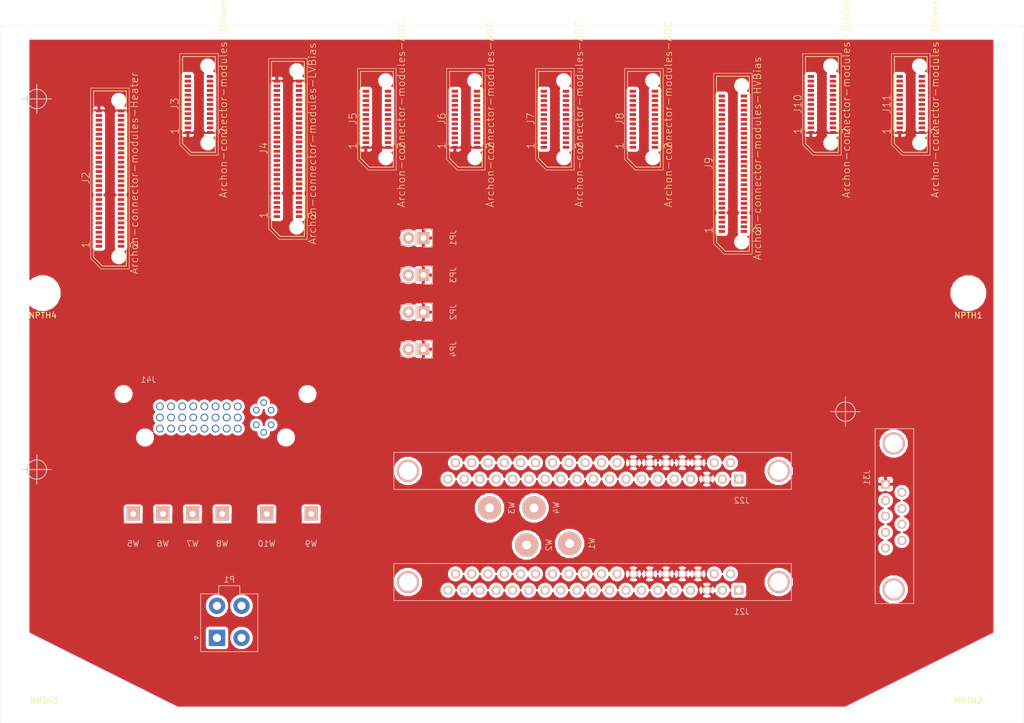
<source format=kicad_pcb>
(kicad_pcb (version 4) (host pcbnew 4.0.4-stable)
  (layers (0 F.Cu signal) (31 B.Cu signal) (34 B.Paste user) (35 F.Paste user) (36 B.SilkS user) (37 F.SilkS user) (38 B.Mask user) (39 F.Mask user) (44 Edge.Cuts user))
  (net 0 "")
  (net 1 "Net-(J2-Pad1)")
  (net 2 "Net-(J2-Pad2)")
  (net 3 "Net-(J2-Pad3)")
  (net 4 "Net-(J2-Pad4)")
  (net 5 "Net-(J2-Pad5)")
  (net 6 "Net-(J2-Pad6)")
  (net 7 "Net-(J2-Pad7)")
  (net 8 "Net-(J2-Pad8)")
  (net 9 "Net-(J2-Pad9)")
  (net 10 "Net-(J2-Pad10)")
  (net 11 "Net-(J2-Pad11)")
  (net 12 "Net-(J2-Pad12)")
  (net 13 "Net-(J2-Pad13)")
  (net 14 "Net-(J2-Pad14)")
  (net 15 "Net-(J2-Pad15)")
  (net 16 "Net-(J2-Pad16)")
  (net 17 "Net-(J2-Pad17)")
  (net 18 "Net-(J2-Pad18)")
  (net 19 "Net-(J2-Pad19)")
  (net 20 "Net-(J2-Pad20)")
  (net 21 "Net-(J2-Pad21)")
  (net 22 "Net-(J2-Pad22)")
  (net 23 /GND)
  (net 24 "Net-(J2-Pad25)")
  (net 25 "Net-(J2-Pad26)")
  (net 26 "Net-(J2-Pad27)")
  (net 27 HEATER1_AP)
  (net 28 "Net-(J2-Pad29)")
  (net 29 "Net-(J2-Pad30)")
  (net 30 "Net-(J2-Pad31)")
  (net 31 "Net-(J2-Pad32)")
  (net 32 "Net-(J2-Pad33)")
  (net 33 HEATER1_AN)
  (net 34 "Net-(J2-Pad35)")
  (net 35 "Net-(J2-Pad36)")
  (net 36 HEATER1_TEMPA_FP)
  (net 37 HEATER1_TEMPA_SN)
  (net 38 HEATER1_TEMPA_FN)
  (net 39 HEATER1_TEMPA_SP)
  (net 40 "Net-(J2-Pad41)")
  (net 41 "Net-(J2-Pad42)")
  (net 42 HEATER1_TEMPB_FP)
  (net 43 HEATER1_TEMPB_SN)
  (net 44 HEATER1_TEMPB_FN)
  (net 45 HEATER1_TEMPB_SP)
  (net 46 "Net-(J2-Pad47)")
  (net 47 "Net-(J2-Pad48)")
  (net 48 "Net-(J2-Pad49)")
  (net 49 "Net-(J2-Pad50)")
  (net 50 "Net-(J2-Pad51)")
  (net 51 HEATER1_BN)
  (net 52 "Net-(J2-Pad53)")
  (net 53 "Net-(J2-Pad54)")
  (net 54 "Net-(J2-Pad55)")
  (net 55 "Net-(J2-Pad56)")
  (net 56 "Net-(J2-Pad57)")
  (net 57 HEATER1_BP)
  (net 58 "Net-(J3-Pad3)")
  (net 59 DRV3_CH7)
  (net 60 DRV3_CH8)
  (net 61 "Net-(J3-Pad6)")
  (net 62 "Net-(J3-Pad7)")
  (net 63 "Net-(J3-Pad8)")
  (net 64 "Net-(J3-Pad9)")
  (net 65 DRV3_CH5)
  (net 66 DRV3_CH6)
  (net 67 "Net-(J3-Pad12)")
  (net 68 "Net-(J3-Pad13)")
  (net 69 "Net-(J3-Pad14)")
  (net 70 "Net-(J3-Pad15)")
  (net 71 DRV3_CH3)
  (net 72 DRV3_CH4)
  (net 73 "Net-(J3-Pad18)")
  (net 74 "Net-(J3-Pad19)")
  (net 75 "Net-(J3-Pad20)")
  (net 76 "Net-(J3-Pad21)")
  (net 77 DRV3_CH1)
  (net 78 DRV3_CH2)
  (net 79 "Net-(J3-Pad24)")
  (net 80 "Net-(J3-Pad25)")
  (net 81 "Net-(J3-Pad26)")
  (net 82 "Net-(J4-Pad1)")
  (net 83 "Net-(J4-Pad2)")
  (net 84 "Net-(J4-Pad3)")
  (net 85 "Net-(J4-Pad4)")
  (net 86 "Net-(J4-Pad5)")
  (net 87 "Net-(J4-Pad6)")
  (net 88 "Net-(J4-Pad7)")
  (net 89 "Net-(J4-Pad8)")
  (net 90 "Net-(J4-Pad9)")
  (net 91 "Net-(J4-Pad10)")
  (net 92 "Net-(J4-Pad13)")
  (net 93 LED_+15V)
  (net 94 "Net-(J4-Pad15)")
  (net 95 "Net-(J4-Pad16)")
  (net 96 LV4_26)
  (net 97 LV4_29)
  (net 98 "Net-(J4-Pad19)")
  (net 99 "Net-(J4-Pad20)")
  (net 100 LV4_25)
  (net 101 LV4_28)
  (net 102 "Net-(J4-Pad23)")
  (net 103 "Net-(J4-Pad24)")
  (net 104 "Net-(J4-Pad25)")
  (net 105 "Net-(J4-Pad26)")
  (net 106 "Net-(J4-Pad27)")
  (net 107 "Net-(J4-Pad28)")
  (net 108 "Net-(J4-Pad29)")
  (net 109 "Net-(J4-Pad30)")
  (net 110 "Net-(J4-Pad31)")
  (net 111 "Net-(J4-Pad32)")
  (net 112 LV4_9)
  (net 113 "Net-(J4-Pad34)")
  (net 114 "Net-(J4-Pad35)")
  (net 115 "Net-(J4-Pad36)")
  (net 116 LV4_8)
  (net 117 "Net-(J4-Pad38)")
  (net 118 LV4_7)
  (net 119 "Net-(J4-Pad40)")
  (net 120 "Net-(J4-Pad41)")
  (net 121 "Net-(J4-Pad42)")
  (net 122 "Net-(J4-Pad43)")
  (net 123 "Net-(J4-Pad44)")
  (net 124 "Net-(J4-Pad45)")
  (net 125 "Net-(J4-Pad46)")
  (net 126 "Net-(J4-Pad47)")
  (net 127 "Net-(J4-Pad48)")
  (net 128 LV4_4)
  (net 129 "Net-(J4-Pad50)")
  (net 130 LV4_3)
  (net 131 "Net-(J4-Pad52)")
  (net 132 "Net-(J4-Pad53)")
  (net 133 "Net-(J4-Pad54)")
  (net 134 LV4_2)
  (net 135 LV4_14)
  (net 136 LV4_1)
  (net 137 LV4_13)
  (net 138 "Net-(J5-Pad3)")
  (net 139 /OUT_UR_GND)
  (net 140 "Net-(J5-Pad5)")
  (net 141 /OUT_UR)
  (net 142 "Net-(J5-Pad7)")
  (net 143 "Net-(J5-Pad8)")
  (net 144 "Net-(J5-Pad9)")
  (net 145 /OUT_LL_GND)
  (net 146 "Net-(J5-Pad11)")
  (net 147 /OUT_LL)
  (net 148 "Net-(J5-Pad13)")
  (net 149 "Net-(J5-Pad14)")
  (net 150 "Net-(J5-Pad15)")
  (net 151 /OUT_LR_GND)
  (net 152 "Net-(J5-Pad17)")
  (net 153 /OUT_LR)
  (net 154 "Net-(J5-Pad19)")
  (net 155 "Net-(J5-Pad20)")
  (net 156 "Net-(J5-Pad21)")
  (net 157 /OUT_UL_GND)
  (net 158 "Net-(J5-Pad23)")
  (net 159 /OUT_UL)
  (net 160 "Net-(J5-Pad25)")
  (net 161 "Net-(J5-Pad26)")
  (net 162 "Net-(J6-Pad3)")
  (net 163 "Net-(J6-Pad4)")
  (net 164 "Net-(J6-Pad5)")
  (net 165 "Net-(J6-Pad6)")
  (net 166 "Net-(J6-Pad7)")
  (net 167 "Net-(J6-Pad8)")
  (net 168 "Net-(J6-Pad9)")
  (net 169 "Net-(J6-Pad10)")
  (net 170 "Net-(J6-Pad11)")
  (net 171 "Net-(J6-Pad12)")
  (net 172 "Net-(J6-Pad13)")
  (net 173 "Net-(J6-Pad14)")
  (net 174 "Net-(J6-Pad15)")
  (net 175 "Net-(J6-Pad16)")
  (net 176 "Net-(J6-Pad17)")
  (net 177 "Net-(J6-Pad18)")
  (net 178 "Net-(J6-Pad19)")
  (net 179 "Net-(J6-Pad20)")
  (net 180 "Net-(J6-Pad21)")
  (net 181 "Net-(J6-Pad22)")
  (net 182 "Net-(J6-Pad23)")
  (net 183 "Net-(J6-Pad24)")
  (net 184 "Net-(J6-Pad25)")
  (net 185 "Net-(J6-Pad26)")
  (net 186 "Net-(J7-Pad1)")
  (net 187 "Net-(J7-Pad2)")
  (net 188 "Net-(J7-Pad3)")
  (net 189 "Net-(J7-Pad4)")
  (net 190 "Net-(J7-Pad5)")
  (net 191 "Net-(J7-Pad6)")
  (net 192 "Net-(J7-Pad7)")
  (net 193 "Net-(J7-Pad8)")
  (net 194 "Net-(J7-Pad9)")
  (net 195 "Net-(J7-Pad10)")
  (net 196 "Net-(J7-Pad11)")
  (net 197 "Net-(J7-Pad12)")
  (net 198 "Net-(J7-Pad13)")
  (net 199 "Net-(J7-Pad14)")
  (net 200 "Net-(J7-Pad15)")
  (net 201 "Net-(J7-Pad16)")
  (net 202 "Net-(J7-Pad17)")
  (net 203 "Net-(J7-Pad18)")
  (net 204 "Net-(J7-Pad19)")
  (net 205 "Net-(J7-Pad20)")
  (net 206 "Net-(J7-Pad21)")
  (net 207 "Net-(J7-Pad22)")
  (net 208 "Net-(J7-Pad23)")
  (net 209 "Net-(J7-Pad24)")
  (net 210 "Net-(J7-Pad25)")
  (net 211 "Net-(J7-Pad26)")
  (net 212 "Net-(J8-Pad1)")
  (net 213 "Net-(J8-Pad2)")
  (net 214 "Net-(J8-Pad3)")
  (net 215 "Net-(J8-Pad4)")
  (net 216 "Net-(J8-Pad5)")
  (net 217 "Net-(J8-Pad6)")
  (net 218 "Net-(J8-Pad7)")
  (net 219 "Net-(J8-Pad8)")
  (net 220 "Net-(J8-Pad9)")
  (net 221 "Net-(J8-Pad10)")
  (net 222 "Net-(J8-Pad11)")
  (net 223 "Net-(J8-Pad12)")
  (net 224 "Net-(J8-Pad13)")
  (net 225 "Net-(J8-Pad14)")
  (net 226 "Net-(J8-Pad15)")
  (net 227 "Net-(J8-Pad16)")
  (net 228 "Net-(J8-Pad17)")
  (net 229 "Net-(J8-Pad18)")
  (net 230 "Net-(J8-Pad19)")
  (net 231 "Net-(J8-Pad20)")
  (net 232 "Net-(J8-Pad21)")
  (net 233 "Net-(J8-Pad22)")
  (net 234 "Net-(J8-Pad23)")
  (net 235 "Net-(J8-Pad24)")
  (net 236 "Net-(J8-Pad25)")
  (net 237 "Net-(J8-Pad26)")
  (net 238 "Net-(J9-Pad1)")
  (net 239 "Net-(J9-Pad2)")
  (net 240 "Net-(J9-Pad3)")
  (net 241 "Net-(J9-Pad4)")
  (net 242 "Net-(J9-Pad5)")
  (net 243 "Net-(J9-Pad6)")
  (net 244 "Net-(J9-Pad7)")
  (net 245 "Net-(J9-Pad8)")
  (net 246 "Net-(J9-Pad11)")
  (net 247 "Net-(J9-Pad12)")
  (net 248 "Net-(J9-Pad13)")
  (net 249 HV9_30)
  (net 250 "Net-(J9-Pad15)")
  (net 251 "Net-(J9-Pad16)")
  (net 252 "Net-(J9-Pad17)")
  (net 253 HV9_29)
  (net 254 "Net-(J9-Pad19)")
  (net 255 "Net-(J9-Pad20)")
  (net 256 HV9_25)
  (net 257 HV9_28)
  (net 258 "Net-(J9-Pad23)")
  (net 259 "Net-(J9-Pad24)")
  (net 260 "Net-(J9-Pad25)")
  (net 261 "Net-(J9-Pad26)")
  (net 262 "Net-(J9-Pad27)")
  (net 263 "Net-(J9-Pad28)")
  (net 264 "Net-(J9-Pad29)")
  (net 265 "Net-(J9-Pad30)")
  (net 266 "Net-(J9-Pad31)")
  (net 267 "Net-(J9-Pad32)")
  (net 268 "Net-(J9-Pad33)")
  (net 269 "Net-(J9-Pad34)")
  (net 270 "Net-(J9-Pad35)")
  (net 271 "Net-(J9-Pad36)")
  (net 272 HV9_8)
  (net 273 "Net-(J9-Pad38)")
  (net 274 HV9_7)
  (net 275 "Net-(J9-Pad40)")
  (net 276 "Net-(J9-Pad41)")
  (net 277 "Net-(J9-Pad42)")
  (net 278 HV9_6)
  (net 279 "Net-(J9-Pad44)")
  (net 280 HV9_5)
  (net 281 "Net-(J9-Pad46)")
  (net 282 "Net-(J9-Pad47)")
  (net 283 "Net-(J9-Pad48)")
  (net 284 HV9_4)
  (net 285 "Net-(J9-Pad50)")
  (net 286 HV9_3)
  (net 287 "Net-(J9-Pad52)")
  (net 288 "Net-(J9-Pad53)")
  (net 289 "Net-(J9-Pad54)")
  (net 290 HV9_2)
  (net 291 "Net-(J9-Pad56)")
  (net 292 HV9_1)
  (net 293 "Net-(J9-Pad58)")
  (net 294 "Net-(J9-Pad59)")
  (net 295 "Net-(J9-Pad60)")
  (net 296 "Net-(J10-Pad3)")
  (net 297 "Net-(J10-Pad4)")
  (net 298 "Net-(J10-Pad5)")
  (net 299 "Net-(J10-Pad6)")
  (net 300 "Net-(J10-Pad7)")
  (net 301 DRV10_CH8)
  (net 302 "Net-(J10-Pad9)")
  (net 303 "Net-(J10-Pad10)")
  (net 304 "Net-(J10-Pad11)")
  (net 305 "Net-(J10-Pad12)")
  (net 306 "Net-(J10-Pad13)")
  (net 307 "Net-(J10-Pad14)")
  (net 308 "Net-(J10-Pad15)")
  (net 309 "Net-(J10-Pad16)")
  (net 310 "Net-(J10-Pad17)")
  (net 311 "Net-(J10-Pad18)")
  (net 312 "Net-(J10-Pad19)")
  (net 313 "Net-(J10-Pad20)")
  (net 314 "Net-(J10-Pad21)")
  (net 315 DRV10_CH1)
  (net 316 DRV10_CH2)
  (net 317 "Net-(J10-Pad24)")
  (net 318 "Net-(J10-Pad25)")
  (net 319 "Net-(J10-Pad26)")
  (net 320 "Net-(J11-Pad3)")
  (net 321 "Net-(J11-Pad4)")
  (net 322 "Net-(J11-Pad5)")
  (net 323 "Net-(J11-Pad6)")
  (net 324 "Net-(J11-Pad7)")
  (net 325 "Net-(J11-Pad8)")
  (net 326 "Net-(J11-Pad9)")
  (net 327 "Net-(J11-Pad10)")
  (net 328 "Net-(J11-Pad11)")
  (net 329 "Net-(J11-Pad12)")
  (net 330 "Net-(J11-Pad13)")
  (net 331 "Net-(J11-Pad14)")
  (net 332 "Net-(J11-Pad15)")
  (net 333 "Net-(J11-Pad16)")
  (net 334 "Net-(J11-Pad17)")
  (net 335 "Net-(J11-Pad18)")
  (net 336 "Net-(J11-Pad19)")
  (net 337 "Net-(J11-Pad20)")
  (net 338 "Net-(J11-Pad21)")
  (net 339 "Net-(J11-Pad22)")
  (net 340 "Net-(J11-Pad23)")
  (net 341 "Net-(J11-Pad24)")
  (net 342 "Net-(J11-Pad25)")
  (net 343 "Net-(J11-Pad26)")
  (net 344 /Sample_R)
  (net 345 /Spare_1)
  (net 346 "Net-(J21-Pad27)")
  (net 347 "Net-(J21-Pad28)")
  (net 348 "Net-(J21-Pad29)")
  (net 349 "Net-(J21-Pad30)")
  (net 350 /Spare_4)
  (net 351 /Samplel_L)
  (net 352 /Spare_3)
  (net 353 "Net-(J22-Pad27)")
  (net 354 "Net-(J22-Pad28)")
  (net 355 "Net-(J22-Pad29)")
  (net 356 "Net-(J22-Pad30)")
  (net 357 /Spare_2)
  (net 358 "Net-(J31-Pad4)")
  (net 359 "Net-(J41-Pad29)")
  (net 360 "Net-(J41-Pad3)")
  (net 361 "Net-(J41-Pad26)")
  (net 362 "Net-(J41-Pad25)")
  (net 363 "Net-(J41-Pad28)")
  (net 364 "Net-(J41-Pad27)")
  (net 365 "Net-(J41-Pad6)")
  (net 366 "Net-(J41-Pad7)")
  (net 367 "Net-(J41-Pad8)")
  (net 368 DVI_P9_SPARET1)
  (net 369 DVI_P9_SPARET2)
  (net 370 "Net-(J41-Pad11)")
  (net 371 DVI_P9_SPARET3)
  (net 372 DVI_P9_SPARET4)
  (net 373 "Net-(J41-Pad14)")
  (net 374 "Net-(J41-Pad15)")
  (net 375 "Net-(J41-Pad16)")
  (net 376 "Net-(J41-Pad19)")
  (net 377 "Net-(J41-Pad22)")
  (net 378 DVI_P9_SPARET6)
  (net 379 DVI_P9_SPARET5)
  (module ccdcamera:archonInterfaceMountingHole (layer F.Cu) (at 53.34 134.874)
    (fp_text reference NPTH3 (at 0 3.81) (layer F.SilkS))
    (fp_text value archonInterfaceMountingHole)
    (pad "" np_thru_hole circle (at 0 0) (size 5.08 5.08) (drill 5.08) (layers *.Cu *.Mask))
  )
  (module Connect:DB37FD (layer B.Cu) (at 147.38 118.35)
    (fp_text reference J21 (at 25.4 5.08) (layer B.SilkS) (effects (justify mirror)))
    (fp_text value DB37)
    (pad "" thru_hole circle (at -31.75 0) (size 3.81 3.81) (drill 3.048) (layers *.Cu *.Mask B.SilkS))
    (pad "" thru_hole circle (at 31.75 0) (size 3.81 3.81) (drill 3.048) (layers *.Cu *.Mask B.SilkS))
    (pad 1 thru_hole rect (at 24.892 1.397) (size 1.524 1.524) (drill 1.016) (layers *.Cu *.Mask B.SilkS) (net 153 /OUT_LR))
    (pad 2 thru_hole circle (at 22.098 1.397) (size 1.524 1.524) (drill 1.016) (layers *.Cu *.Mask B.SilkS) (net 141 /OUT_UR))
    (pad 3 thru_hole circle (at 19.431 1.397) (size 1.524 1.524) (drill 1.016) (layers *.Cu *.Mask B.SilkS) (net 23 /GND))
    (pad 4 thru_hole circle (at 16.637 1.397) (size 1.524 1.524) (drill 1.016) (layers *.Cu *.Mask B.SilkS) (net 78 DRV3_CH2))
    (pad 5 thru_hole circle (at 13.843 1.397) (size 1.524 1.524) (drill 1.016) (layers *.Cu *.Mask B.SilkS) (net 72 DRV3_CH4))
    (pad 6 thru_hole circle (at 11.049 1.397) (size 1.524 1.524) (drill 1.016) (layers *.Cu *.Mask B.SilkS) (net 66 DRV3_CH6))
    (pad 7 thru_hole circle (at 8.255 1.397) (size 1.524 1.524) (drill 1.016) (layers *.Cu *.Mask B.SilkS) (net 60 DRV3_CH8))
    (pad 8 thru_hole circle (at 5.588 1.397) (size 1.524 1.524) (drill 1.016) (layers *.Cu *.Mask B.SilkS) (net 78 DRV3_CH2))
    (pad 9 thru_hole circle (at 2.794 1.397) (size 1.524 1.524) (drill 1.016) (layers *.Cu *.Mask B.SilkS) (net 72 DRV3_CH4))
    (pad 10 thru_hole circle (at 0 1.397) (size 1.524 1.524) (drill 1.016) (layers *.Cu *.Mask B.SilkS) (net 66 DRV3_CH6))
    (pad 11 thru_hole circle (at -2.794 1.397) (size 1.524 1.524) (drill 1.016) (layers *.Cu *.Mask B.SilkS) (net 60 DRV3_CH8))
    (pad 12 thru_hole circle (at -5.588 1.397) (size 1.524 1.524) (drill 1.016) (layers *.Cu *.Mask B.SilkS) (net 344 /Sample_R))
    (pad 13 thru_hole circle (at -8.255 1.397) (size 1.524 1.524) (drill 1.016) (layers *.Cu *.Mask B.SilkS) (net 316 DRV10_CH2))
    (pad 14 thru_hole circle (at -11.049 1.397) (size 1.524 1.524) (drill 1.016) (layers *.Cu *.Mask B.SilkS) (net 345 /Spare_1))
    (pad 15 thru_hole circle (at -13.843 1.397) (size 1.524 1.524) (drill 1.016) (layers *.Cu *.Mask B.SilkS) (net 284 HV9_4))
    (pad 16 thru_hole circle (at -16.637 1.397) (size 1.524 1.524) (drill 1.016) (layers *.Cu *.Mask B.SilkS) (net 134 LV4_2))
    (pad 17 thru_hole circle (at -19.431 1.397) (size 1.524 1.524) (drill 1.016) (layers *.Cu *.Mask B.SilkS) (net 128 LV4_4))
    (pad 18 thru_hole circle (at -22.098 1.397) (size 1.524 1.524) (drill 1.016) (layers *.Cu *.Mask B.SilkS) (net 96 LV4_26))
    (pad 19 thru_hole circle (at -24.892 1.397) (size 1.524 1.524) (drill 1.016) (layers *.Cu *.Mask B.SilkS) (net 256 HV9_25))
    (pad 20 thru_hole circle (at 23.495 -1.397) (size 1.524 1.524) (drill 1.016) (layers *.Cu *.Mask B.SilkS) (net 151 /OUT_LR_GND))
    (pad 21 thru_hole circle (at 20.701 -1.397) (size 1.524 1.524) (drill 1.016) (layers *.Cu *.Mask B.SilkS) (net 139 /OUT_UR_GND))
    (pad 22 thru_hole circle (at 17.907 -1.397) (size 1.524 1.524) (drill 1.016) (layers *.Cu *.Mask B.SilkS) (net 23 /GND))
    (pad 23 thru_hole circle (at 15.24 -1.397) (size 1.524 1.524) (drill 1.016) (layers *.Cu *.Mask B.SilkS) (net 23 /GND))
    (pad 24 thru_hole circle (at 12.446 -1.397) (size 1.524 1.524) (drill 1.016) (layers *.Cu *.Mask B.SilkS) (net 23 /GND))
    (pad 25 thru_hole circle (at 9.652 -1.397) (size 1.524 1.524) (drill 1.016) (layers *.Cu *.Mask B.SilkS) (net 23 /GND))
    (pad 26 thru_hole circle (at 6.858 -1.397) (size 1.524 1.524) (drill 1.016) (layers *.Cu *.Mask B.SilkS) (net 23 /GND))
    (pad 27 thru_hole circle (at 4.064 -1.397) (size 1.524 1.524) (drill 1.016) (layers *.Cu *.Mask B.SilkS) (net 346 "Net-(J21-Pad27)"))
    (pad 28 thru_hole circle (at 1.397 -1.397) (size 1.524 1.524) (drill 1.016) (layers *.Cu *.Mask B.SilkS) (net 347 "Net-(J21-Pad28)"))
    (pad 29 thru_hole circle (at -1.397 -1.397) (size 1.524 1.524) (drill 1.016) (layers *.Cu *.Mask B.SilkS) (net 348 "Net-(J21-Pad29)"))
    (pad 30 thru_hole circle (at -4.191 -1.397) (size 1.524 1.524) (drill 1.016) (layers *.Cu *.Mask B.SilkS) (net 349 "Net-(J21-Pad30)"))
    (pad 31 thru_hole circle (at -6.985 -1.397) (size 1.524 1.524) (drill 1.016) (layers *.Cu *.Mask B.SilkS) (net 272 HV9_8))
    (pad 32 thru_hole circle (at -9.906 -1.397) (size 1.524 1.524) (drill 1.016) (layers *.Cu *.Mask B.SilkS) (net 290 HV9_2))
    (pad 33 thru_hole circle (at -12.446 -1.397) (size 1.524 1.524) (drill 1.016) (layers *.Cu *.Mask B.SilkS) (net 350 /Spare_4))
    (pad 34 thru_hole circle (at -15.24 -1.397) (size 1.524 1.524) (drill 1.016) (layers *.Cu *.Mask B.SilkS) (net 278 HV9_6))
    (pad 35 thru_hole circle (at -18.034 -1.397) (size 1.524 1.524) (drill 1.016) (layers *.Cu *.Mask B.SilkS) (net 278 HV9_6))
    (pad 36 thru_hole circle (at -20.828 -1.397) (size 1.524 1.524) (drill 1.016) (layers *.Cu *.Mask B.SilkS) (net 135 LV4_14))
    (pad 37 thru_hole circle (at -23.622 -1.397) (size 1.524 1.524) (drill 1.016) (layers *.Cu *.Mask B.SilkS) (net 100 LV4_25))
  )
  (module Connect:DB37FD (layer B.Cu) (at 147.38 99.3)
    (fp_text reference J22 (at 25.4 5.08) (layer B.SilkS) (effects (justify mirror)))
    (fp_text value DB37)
    (pad "" thru_hole circle (at -31.75 0) (size 3.81 3.81) (drill 3.048) (layers *.Cu *.Mask B.SilkS))
    (pad "" thru_hole circle (at 31.75 0) (size 3.81 3.81) (drill 3.048) (layers *.Cu *.Mask B.SilkS))
    (pad 1 thru_hole rect (at 24.892 1.397) (size 1.524 1.524) (drill 1.016) (layers *.Cu *.Mask B.SilkS) (net 159 /OUT_UL))
    (pad 2 thru_hole circle (at 22.098 1.397) (size 1.524 1.524) (drill 1.016) (layers *.Cu *.Mask B.SilkS) (net 147 /OUT_LL))
    (pad 3 thru_hole circle (at 19.431 1.397) (size 1.524 1.524) (drill 1.016) (layers *.Cu *.Mask B.SilkS) (net 23 /GND))
    (pad 4 thru_hole circle (at 16.637 1.397) (size 1.524 1.524) (drill 1.016) (layers *.Cu *.Mask B.SilkS) (net 77 DRV3_CH1))
    (pad 5 thru_hole circle (at 13.843 1.397) (size 1.524 1.524) (drill 1.016) (layers *.Cu *.Mask B.SilkS) (net 71 DRV3_CH3))
    (pad 6 thru_hole circle (at 11.049 1.397) (size 1.524 1.524) (drill 1.016) (layers *.Cu *.Mask B.SilkS) (net 65 DRV3_CH5))
    (pad 7 thru_hole circle (at 8.255 1.397) (size 1.524 1.524) (drill 1.016) (layers *.Cu *.Mask B.SilkS) (net 59 DRV3_CH7))
    (pad 8 thru_hole circle (at 5.588 1.397) (size 1.524 1.524) (drill 1.016) (layers *.Cu *.Mask B.SilkS) (net 60 DRV3_CH8))
    (pad 9 thru_hole circle (at 2.794 1.397) (size 1.524 1.524) (drill 1.016) (layers *.Cu *.Mask B.SilkS) (net 71 DRV3_CH3))
    (pad 10 thru_hole circle (at 0 1.397) (size 1.524 1.524) (drill 1.016) (layers *.Cu *.Mask B.SilkS) (net 65 DRV3_CH5))
    (pad 11 thru_hole circle (at -2.794 1.397) (size 1.524 1.524) (drill 1.016) (layers *.Cu *.Mask B.SilkS) (net 59 DRV3_CH7))
    (pad 12 thru_hole circle (at -5.588 1.397) (size 1.524 1.524) (drill 1.016) (layers *.Cu *.Mask B.SilkS) (net 351 /Samplel_L))
    (pad 13 thru_hole circle (at -8.255 1.397) (size 1.524 1.524) (drill 1.016) (layers *.Cu *.Mask B.SilkS) (net 315 DRV10_CH1))
    (pad 14 thru_hole circle (at -11.049 1.397) (size 1.524 1.524) (drill 1.016) (layers *.Cu *.Mask B.SilkS) (net 352 /Spare_3))
    (pad 15 thru_hole circle (at -13.843 1.397) (size 1.524 1.524) (drill 1.016) (layers *.Cu *.Mask B.SilkS) (net 286 HV9_3))
    (pad 16 thru_hole circle (at -16.637 1.397) (size 1.524 1.524) (drill 1.016) (layers *.Cu *.Mask B.SilkS) (net 136 LV4_1))
    (pad 17 thru_hole circle (at -19.431 1.397) (size 1.524 1.524) (drill 1.016) (layers *.Cu *.Mask B.SilkS) (net 130 LV4_3))
    (pad 18 thru_hole circle (at -22.098 1.397) (size 1.524 1.524) (drill 1.016) (layers *.Cu *.Mask B.SilkS) (net 97 LV4_29))
    (pad 19 thru_hole circle (at -24.892 1.397) (size 1.524 1.524) (drill 1.016) (layers *.Cu *.Mask B.SilkS) (net 257 HV9_28))
    (pad 20 thru_hole circle (at 23.495 -1.397) (size 1.524 1.524) (drill 1.016) (layers *.Cu *.Mask B.SilkS) (net 157 /OUT_UL_GND))
    (pad 21 thru_hole circle (at 20.701 -1.397) (size 1.524 1.524) (drill 1.016) (layers *.Cu *.Mask B.SilkS) (net 145 /OUT_LL_GND))
    (pad 22 thru_hole circle (at 17.907 -1.397) (size 1.524 1.524) (drill 1.016) (layers *.Cu *.Mask B.SilkS) (net 23 /GND))
    (pad 23 thru_hole circle (at 15.24 -1.397) (size 1.524 1.524) (drill 1.016) (layers *.Cu *.Mask B.SilkS) (net 23 /GND))
    (pad 24 thru_hole circle (at 12.446 -1.397) (size 1.524 1.524) (drill 1.016) (layers *.Cu *.Mask B.SilkS) (net 23 /GND))
    (pad 25 thru_hole circle (at 9.652 -1.397) (size 1.524 1.524) (drill 1.016) (layers *.Cu *.Mask B.SilkS) (net 23 /GND))
    (pad 26 thru_hole circle (at 6.858 -1.397) (size 1.524 1.524) (drill 1.016) (layers *.Cu *.Mask B.SilkS) (net 23 /GND))
    (pad 27 thru_hole circle (at 4.064 -1.397) (size 1.524 1.524) (drill 1.016) (layers *.Cu *.Mask B.SilkS) (net 353 "Net-(J22-Pad27)"))
    (pad 28 thru_hole circle (at 1.397 -1.397) (size 1.524 1.524) (drill 1.016) (layers *.Cu *.Mask B.SilkS) (net 354 "Net-(J22-Pad28)"))
    (pad 29 thru_hole circle (at -1.397 -1.397) (size 1.524 1.524) (drill 1.016) (layers *.Cu *.Mask B.SilkS) (net 355 "Net-(J22-Pad29)"))
    (pad 30 thru_hole circle (at -4.191 -1.397) (size 1.524 1.524) (drill 1.016) (layers *.Cu *.Mask B.SilkS) (net 356 "Net-(J22-Pad30)"))
    (pad 31 thru_hole circle (at -6.985 -1.397) (size 1.524 1.524) (drill 1.016) (layers *.Cu *.Mask B.SilkS) (net 274 HV9_7))
    (pad 32 thru_hole circle (at -9.906 -1.397) (size 1.524 1.524) (drill 1.016) (layers *.Cu *.Mask B.SilkS) (net 292 HV9_1))
    (pad 33 thru_hole circle (at -12.446 -1.397) (size 1.524 1.524) (drill 1.016) (layers *.Cu *.Mask B.SilkS) (net 357 /Spare_2))
    (pad 34 thru_hole circle (at -15.24 -1.397) (size 1.524 1.524) (drill 1.016) (layers *.Cu *.Mask B.SilkS) (net 280 HV9_5))
    (pad 35 thru_hole circle (at -18.034 -1.397) (size 1.524 1.524) (drill 1.016) (layers *.Cu *.Mask B.SilkS) (net 280 HV9_5))
    (pad 36 thru_hole circle (at -20.828 -1.397) (size 1.524 1.524) (drill 1.016) (layers *.Cu *.Mask B.SilkS) (net 137 LV4_13))
    (pad 37 thru_hole circle (at -23.622 -1.397) (size 1.524 1.524) (drill 1.016) (layers *.Cu *.Mask B.SilkS) (net 101 LV4_28))
  )
  (module Connect:DB9MD (layer B.Cu) (at 198.815 107.047 270)
    (fp_text reference J31 (at -6.604 4.572 270) (layer B.SilkS) (effects (justify mirror)))
    (fp_text value DB9)
    (pad 0 thru_hole circle (at -12.446 0 270) (size 3.81 3.81) (drill 3.048) (layers *.Cu *.Mask B.SilkS))
    (pad 0 thru_hole circle (at 12.573 0 270) (size 3.81 3.81) (drill 3.048) (layers *.Cu *.Mask B.SilkS))
    (pad 1 thru_hole rect (at -5.461 1.397 270) (size 1.524 1.524) (drill 1.016) (layers *.Cu *.Mask B.SilkS) (net 23 /GND))
    (pad 2 thru_hole circle (at -2.667 1.397 270) (size 1.524 1.524) (drill 1.016) (layers *.Cu *.Mask B.SilkS) (net 249 HV9_30))
    (pad 3 thru_hole circle (at 0 1.397 270) (size 1.524 1.524) (drill 1.016) (layers *.Cu *.Mask B.SilkS) (net 253 HV9_29))
    (pad 4 thru_hole circle (at 2.794 1.397 270) (size 1.524 1.524) (drill 1.016) (layers *.Cu *.Mask B.SilkS) (net 358 "Net-(J31-Pad4)"))
    (pad 5 thru_hole circle (at 5.461 1.397 270) (size 1.524 1.524) (drill 1.016) (layers *.Cu *.Mask B.SilkS) (net 93 LED_+15V))
    (pad 6 thru_hole circle (at -4.064 -1.397 270) (size 1.524 1.524) (drill 1.016) (layers *.Cu *.Mask B.SilkS) (net 112 LV4_9))
    (pad 7 thru_hole circle (at -1.27 -1.397 270) (size 1.524 1.524) (drill 1.016) (layers *.Cu *.Mask B.SilkS) (net 118 LV4_7))
    (pad 8 thru_hole circle (at 1.397 -1.397 270) (size 1.524 1.524) (drill 1.016) (layers *.Cu *.Mask B.SilkS) (net 116 LV4_8))
    (pad 9 thru_hole circle (at 4.191 -1.397 270) (size 1.524 1.524) (drill 1.016) (layers *.Cu *.Mask B.SilkS) (net 301 DRV10_CH8))
  )
  (module Pin_Headers:Pin_Header_Straight_1x02 (layer B.Cu) (at 118.270554 59.393786 90)
    (fp_text reference JP1 (at 0 5.1 90) (layer B.SilkS) (effects (justify mirror)))
    (fp_text value JUMPER)
    (pad 1 thru_hole rect (at 0 0 90) (size 2.032 2.032) (drill 1.016) (layers *.Cu *.Mask B.SilkS) (net 23 /GND))
    (pad 2 thru_hole oval (at 0 -2.54 90) (size 2.032 2.032) (drill 1.016) (layers *.Cu *.Mask B.SilkS) (net 139 /OUT_UR_GND))
  )
  (module Pin_Headers:Pin_Header_Straight_1x02 (layer B.Cu) (at 118.270554 72.093786 90)
    (fp_text reference JP2 (at 0 5.1 90) (layer B.SilkS) (effects (justify mirror)))
    (fp_text value JUMPER)
    (pad 1 thru_hole rect (at 0 0 90) (size 2.032 2.032) (drill 1.016) (layers *.Cu *.Mask B.SilkS) (net 23 /GND))
    (pad 2 thru_hole oval (at 0 -2.54 90) (size 2.032 2.032) (drill 1.016) (layers *.Cu *.Mask B.SilkS) (net 151 /OUT_LR_GND))
  )
  (module Pin_Headers:Pin_Header_Straight_1x02 (layer B.Cu) (at 118.270554 65.743786 90)
    (fp_text reference JP3 (at 0 5.1 90) (layer B.SilkS) (effects (justify mirror)))
    (fp_text value JUMPER)
    (pad 1 thru_hole rect (at 0 0 90) (size 2.032 2.032) (drill 1.016) (layers *.Cu *.Mask B.SilkS) (net 23 /GND))
    (pad 2 thru_hole oval (at 0 -2.54 90) (size 2.032 2.032) (drill 1.016) (layers *.Cu *.Mask B.SilkS) (net 157 /OUT_UL_GND))
  )
  (module Pin_Headers:Pin_Header_Straight_1x02 (layer B.Cu) (at 118.270554 78.443786 90)
    (fp_text reference JP4 (at 0 5.1 90) (layer B.SilkS) (effects (justify mirror)))
    (fp_text value JUMPER)
    (pad 1 thru_hole rect (at 0 0 90) (size 2.032 2.032) (drill 1.016) (layers *.Cu *.Mask B.SilkS) (net 23 /GND))
    (pad 2 thru_hole oval (at 0 -2.54 90) (size 2.032 2.032) (drill 1.016) (layers *.Cu *.Mask B.SilkS) (net 145 /OUT_LL_GND))
  )
  (module molex_MiniFiT-JR_5556:Molex_MiniFit-JR-5556-04A_2x02x4.20mm_Straight (layer B.Cu) (at 82.92592 127.92202)
    (fp_text reference P1 (at 2.1 -10) (layer B.SilkS) (effects (justify mirror)))
    (fp_text value CONN_02X02)
    (pad 1 thru_hole rect (at 0 0) (size 2.8 2.8) (drill 1.4) (layers *.Cu *.Mask) (net 27 HEATER1_AP))
    (pad 2 thru_hole circle (at 4.2 0) (size 2.8 2.8) (drill 1.4) (layers *.Cu *.Mask) (net 57 HEATER1_BP))
    (pad 3 thru_hole circle (at 0 -5.5) (size 2.8 2.8) (drill 1.4) (layers *.Cu *.Mask) (net 33 HEATER1_AN))
    (pad 4 thru_hole circle (at 4.2 -5.5) (size 2.8 2.8) (drill 1.4) (layers *.Cu *.Mask) (net 51 HEATER1_BN))
  )
  (module Pin_Headers:Pin_Header_Straight_1x01 (layer B.Cu) (at 68.58 106.68)
    (fp_text reference W5 (at 0 5.1) (layer B.SilkS) (effects (justify mirror)))
    (fp_text value TEST_1P)
    (pad 1 thru_hole rect (at 0 0) (size 2.2352 2.2352) (drill 1.016) (layers *.Cu *.Mask B.SilkS) (net 368 DVI_P9_SPARET1))
  )
  (module Pin_Headers:Pin_Header_Straight_1x01 (layer B.Cu) (at 73.66 106.68)
    (fp_text reference W6 (at 0 5.1) (layer B.SilkS) (effects (justify mirror)))
    (fp_text value TEST_1P)
    (pad 1 thru_hole rect (at 0 0) (size 2.2352 2.2352) (drill 1.016) (layers *.Cu *.Mask B.SilkS) (net 369 DVI_P9_SPARET2))
  )
  (module Pin_Headers:Pin_Header_Straight_1x01 (layer B.Cu) (at 78.74 106.68)
    (fp_text reference W7 (at 0 5.1) (layer B.SilkS) (effects (justify mirror)))
    (fp_text value TEST_1P)
    (pad 1 thru_hole rect (at 0 0) (size 2.2352 2.2352) (drill 1.016) (layers *.Cu *.Mask B.SilkS) (net 371 DVI_P9_SPARET3))
  )
  (module Pin_Headers:Pin_Header_Straight_1x01 (layer B.Cu) (at 83.82 106.68)
    (fp_text reference W8 (at 0 5.1) (layer B.SilkS) (effects (justify mirror)))
    (fp_text value TEST_1P)
    (pad 1 thru_hole rect (at 0 0) (size 2.2352 2.2352) (drill 1.016) (layers *.Cu *.Mask B.SilkS) (net 372 DVI_P9_SPARET4))
  )
  (module Pin_Headers:Pin_Header_Straight_1x01 (layer B.Cu) (at 99.06 106.68)
    (fp_text reference W9 (at 0 5.1) (layer B.SilkS) (effects (justify mirror)))
    (fp_text value TEST_1P)
    (pad 1 thru_hole rect (at 0 0) (size 2.2352 2.2352) (drill 1.016) (layers *.Cu *.Mask B.SilkS) (net 379 DVI_P9_SPARET5))
  )
  (module Pin_Headers:Pin_Header_Straight_1x01 (layer B.Cu) (at 91.44 106.68)
    (fp_text reference W10 (at 0 5.1) (layer B.SilkS) (effects (justify mirror)))
    (fp_text value TEST_1P)
    (pad 1 thru_hole rect (at 0 0) (size 2.2352 2.2352) (drill 1.016) (layers *.Cu *.Mask B.SilkS) (net 378 DVI_P9_SPARET6))
  )
  (module Wire_Pads:SolderWirePad_single_1-5mmDrill (layer B.Cu) (at 143.316 111.746 90)
    (fp_text reference W1 (at 0 3.81 90) (layer B.SilkS) (effects (justify mirror)))
    (fp_text value Spare1)
    (pad 1 thru_hole circle (at 0 0 90) (size 4.0005 4.0005) (drill 1.50114) (layers *.Cu *.Mask B.SilkS) (net 345 /Spare_1))
  )
  (module Wire_Pads:SolderWirePad_single_1-5mmDrill (layer B.Cu) (at 135.95 112 90)
    (fp_text reference W2 (at 0 3.81 90) (layer B.SilkS) (effects (justify mirror)))
    (fp_text value Spare4)
    (pad 1 thru_hole circle (at 0 0 90) (size 4.0005 4.0005) (drill 1.50114) (layers *.Cu *.Mask B.SilkS) (net 350 /Spare_4))
  )
  (module Wire_Pads:SolderWirePad_single_1-5mmDrill (layer B.Cu) (at 129.6 105.65 90)
    (fp_text reference W3 (at 0 3.81 90) (layer B.SilkS) (effects (justify mirror)))
    (fp_text value Spare2)
    (pad 1 thru_hole circle (at 0 0 90) (size 4.0005 4.0005) (drill 1.50114) (layers *.Cu *.Mask B.SilkS) (net 357 /Spare_2))
  )
  (module Wire_Pads:SolderWirePad_single_1-5mmDrill (layer B.Cu) (at 137.22 105.65 90)
    (fp_text reference W4 (at 0 3.81 90) (layer B.SilkS) (effects (justify mirror)))
    (fp_text value Spare3)
    (pad 1 thru_hole circle (at 0 0 90) (size 4.0005 4.0005) (drill 1.50114) (layers *.Cu *.Mask B.SilkS) (net 352 /Spare_3))
  )
  (module ccdcamera:MOLEX_DVI_29pin_PN743203000 (layer B.Cu) (at 73.152 92.0496)
    (fp_text reference J41 (at -1.9812 -8.382) (layer B.SilkS) (effects (justify mirror)))
    (fp_text value CONN_DVI)
    (pad 1 thru_hole circle (at 0 0) (size 1.3335 1.3335) (drill 0.9779) (layers *.Cu *.Mask) (net 38 HEATER1_TEMPA_FN))
    (pad 29 thru_hole circle (at 17.78 0.635) (size 1.143 1.143) (drill 0.7747) (layers *.Cu *.Mask) (net 359 "Net-(J41-Pad29)"))
    (pad 29 thru_hole circle (at 17.78 -4.445) (size 1.143 1.143) (drill 0.7747) (layers *.Cu *.Mask) (net 359 "Net-(J41-Pad29)"))
    (pad 26 thru_hole circle (at 19.05 -0.635) (size 1.143 1.143) (drill 0.7747) (layers *.Cu *.Mask) (net 361 "Net-(J41-Pad26)"))
    (pad 25 thru_hole circle (at 16.51 -0.635) (size 1.143 1.143) (drill 0.7747) (layers *.Cu *.Mask) (net 362 "Net-(J41-Pad25)"))
    (pad 28 thru_hole circle (at 19.05 -3.175) (size 1.143 1.143) (drill 0.7747) (layers *.Cu *.Mask) (net 363 "Net-(J41-Pad28)"))
    (pad 27 thru_hole circle (at 16.51 -3.175) (size 1.143 1.143) (drill 0.7747) (layers *.Cu *.Mask) (net 364 "Net-(J41-Pad27)"))
    (pad "" np_thru_hole circle (at -2.54 1.524) (size 2.0447 2.0447) (drill 2.0447) (layers *.Cu *.Mask))
    (pad "" np_thru_hole circle (at 21.59 1.524) (size 2.0447 2.0447) (drill 2.0447) (layers *.Cu *.Mask))
    (pad "" np_thru_hole circle (at -6.223 -5.9182) (size 2.0447 2.0447) (drill 2.0447) (layers *.Cu *.Mask))
    (pad "" np_thru_hole circle (at 25.273 -5.9182) (size 2.0447 2.0447) (drill 2.0447) (layers *.Cu *.Mask))
    (pad 2 thru_hole circle (at 1.905 0) (size 1.33604 1.33604) (drill 0.9779) (layers *.Cu *.Mask) (net 36 HEATER1_TEMPA_FP))
    (pad 3 thru_hole circle (at 3.81 0) (size 1.33604 1.33604) (drill 0.9779) (layers *.Cu *.Mask) (net 360 "Net-(J41-Pad3)"))
    (pad 4 thru_hole circle (at 5.715 0) (size 1.33604 1.33604) (drill 0.9779) (layers *.Cu *.Mask) (net 37 HEATER1_TEMPA_SN))
    (pad 5 thru_hole circle (at 7.62 0) (size 1.33604 1.33604) (drill 0.9779) (layers *.Cu *.Mask) (net 39 HEATER1_TEMPA_SP))
    (pad 6 thru_hole circle (at 9.525 0) (size 1.33604 1.33604) (drill 0.9779) (layers *.Cu *.Mask) (net 365 "Net-(J41-Pad6)"))
    (pad 7 thru_hole circle (at 11.43 0) (size 1.33604 1.33604) (drill 0.9779) (layers *.Cu *.Mask) (net 366 "Net-(J41-Pad7)"))
    (pad 8 thru_hole circle (at 13.335 0) (size 1.33604 1.33604) (drill 0.9779) (layers *.Cu *.Mask) (net 367 "Net-(J41-Pad8)"))
    (pad 9 thru_hole circle (at 0 -1.905) (size 1.33604 1.33604) (drill 0.9779) (layers *.Cu *.Mask) (net 368 DVI_P9_SPARET1))
    (pad 10 thru_hole circle (at 1.905 -1.905) (size 1.33604 1.33604) (drill 0.9779) (layers *.Cu *.Mask) (net 369 DVI_P9_SPARET2))
    (pad 11 thru_hole circle (at 3.81 -1.905) (size 1.33604 1.33604) (drill 0.9779) (layers *.Cu *.Mask) (net 370 "Net-(J41-Pad11)"))
    (pad 12 thru_hole circle (at 5.715 -1.905) (size 1.33604 1.33604) (drill 0.9779) (layers *.Cu *.Mask) (net 371 DVI_P9_SPARET3))
    (pad 13 thru_hole circle (at 7.62 -1.905) (size 1.33604 1.33604) (drill 0.9779) (layers *.Cu *.Mask) (net 372 DVI_P9_SPARET4))
    (pad 14 thru_hole circle (at 9.525 -1.905) (size 1.33604 1.33604) (drill 0.9779) (layers *.Cu *.Mask) (net 373 "Net-(J41-Pad14)"))
    (pad 15 thru_hole circle (at 11.43 -1.905) (size 1.33604 1.33604) (drill 0.9779) (layers *.Cu *.Mask) (net 374 "Net-(J41-Pad15)"))
    (pad 16 thru_hole circle (at 13.335 -1.905) (size 1.33604 1.33604) (drill 0.9779) (layers *.Cu *.Mask) (net 375 "Net-(J41-Pad16)"))
    (pad 17 thru_hole circle (at 0 -3.81) (size 1.33604 1.33604) (drill 0.9779) (layers *.Cu *.Mask) (net 44 HEATER1_TEMPB_FN))
    (pad 18 thru_hole circle (at 1.905 -3.81) (size 1.33604 1.33604) (drill 0.9779) (layers *.Cu *.Mask) (net 42 HEATER1_TEMPB_FP))
    (pad 19 thru_hole circle (at 3.81 -3.81) (size 1.33604 1.33604) (drill 0.9779) (layers *.Cu *.Mask) (net 376 "Net-(J41-Pad19)"))
    (pad 20 thru_hole circle (at 5.715 -3.81) (size 1.33604 1.33604) (drill 0.9779) (layers *.Cu *.Mask) (net 43 HEATER1_TEMPB_SN))
    (pad 21 thru_hole circle (at 7.62 -3.81) (size 1.33604 1.33604) (drill 0.9779) (layers *.Cu *.Mask) (net 45 HEATER1_TEMPB_SP))
    (pad 22 thru_hole circle (at 9.525 -3.81) (size 1.33604 1.33604) (drill 0.9779) (layers *.Cu *.Mask) (net 377 "Net-(J41-Pad22)"))
    (pad 23 thru_hole circle (at 11.43 -3.81) (size 1.33604 1.33604) (drill 0.9779) (layers *.Cu *.Mask) (net 378 DVI_P9_SPARET6))
    (pad 24 thru_hole circle (at 13.335 -3.81) (size 1.33604 1.33604) (drill 0.9779) (layers *.Cu *.Mask) (net 379 DVI_P9_SPARET5))
  )
  (module ccdcamera:archonInterfaceMountingHole (layer F.Cu) (at 211.59724 68.834)
    (fp_text reference NPTH1 (at 0 3.81) (layer F.SilkS))
    (fp_text value archonInterfaceMountingHole)
    (pad "" np_thru_hole circle (at 0 0) (size 5.08 5.08) (drill 5.08) (layers *.Cu *.Mask))
  )
  (module ccdcamera:archonInterfaceMountingHole (layer F.Cu) (at 211.59724 134.874)
    (fp_text reference NPTH2 (at 0 3.81) (layer F.SilkS))
    (fp_text value archonInterfaceMountingHole)
    (pad "" np_thru_hole circle (at 0 0) (size 5.08 5.08) (drill 5.08) (layers *.Cu *.Mask))
  )
  (module ccdcamera:archonInterfaceMountingHole (layer F.Cu) (at 53.086 68.834)
    (fp_text reference NPTH4 (at 0 3.81) (layer F.SilkS))
    (fp_text value archonInterfaceMountingHole)
    (pad "" np_thru_hole circle (at 0 0) (size 5.08 5.08) (drill 5.08) (layers *.Cu *.Mask))
  )
  (module samtec:ERM8-0030-XX.X-X-DV (layer F.Cu) (at 171.28 46.66 90)
    (fp_text reference J9 (at 0.07366 -4.13258 90) (layer F.SilkS) (effects (font (size 1.27 1.27) (thickness 0.1016))))
    (fp_text value Archon-connector-modules-HVBias (at 0.90932 4.16306 90) (layer F.SilkS) (effects (font (size 1.27 1.27) (thickness 0.1016))))
    (fp_text user 1 (at -11.36396 -4.13258 90) (layer F.SilkS) (effects (font (size 1.27 1.27) (thickness 0.1016))))
    (fp_text user 2 (at -11.36396 4.16306 90) (layer F.SilkS) (effects (font (size 1.27 1.27) (thickness 0.1016))))
    (pad 1 smd rect (at -11.59764 -1.89992 90) (size 0.49784 1.09982) (layers F.Cu F.Paste F.Mask) (net 238 "Net-(J9-Pad1)"))
    (pad 2 smd rect (at -11.59764 1.89992 90) (size 0.49784 1.09982) (layers F.Cu F.Paste F.Mask) (net 239 "Net-(J9-Pad2)"))
    (pad 3 smd rect (at -10.79754 -1.89992 90) (size 0.49784 1.09982) (layers F.Cu F.Paste F.Mask) (net 240 "Net-(J9-Pad3)"))
    (pad 4 smd rect (at -10.79754 1.89992 90) (size 0.49784 1.09982) (layers F.Cu F.Paste F.Mask) (net 241 "Net-(J9-Pad4)"))
    (pad 5 smd rect (at -9.99998 -1.89992 90) (size 0.49784 1.09982) (layers F.Cu F.Paste F.Mask) (net 242 "Net-(J9-Pad5)"))
    (pad 6 smd rect (at -9.99998 1.89992 90) (size 0.49784 1.09982) (layers F.Cu F.Paste F.Mask) (net 243 "Net-(J9-Pad6)"))
    (pad 7 smd rect (at -9.19988 -1.89992 90) (size 0.49784 1.09982) (layers F.Cu F.Paste F.Mask) (net 244 "Net-(J9-Pad7)"))
    (pad 8 smd rect (at -9.19988 1.89992 90) (size 0.49784 1.09982) (layers F.Cu F.Paste F.Mask) (net 245 "Net-(J9-Pad8)"))
    (pad 9 smd rect (at -8.39978 -1.89992 90) (size 0.49784 1.09982) (layers F.Cu F.Paste F.Mask) (net 23 /GND))
    (pad 10 smd rect (at -8.39978 1.89992 90) (size 0.49784 1.09982) (layers F.Cu F.Paste F.Mask) (net 23 /GND))
    (pad 11 smd rect (at -7.59968 -1.89992 90) (size 0.49784 1.09982) (layers F.Cu F.Paste F.Mask) (net 246 "Net-(J9-Pad11)"))
    (pad 12 smd rect (at -7.59968 1.89992 90) (size 0.49784 1.09982) (layers F.Cu F.Paste F.Mask) (net 247 "Net-(J9-Pad12)"))
    (pad 13 smd rect (at -6.79958 -1.89992 90) (size 0.49784 1.09982) (layers F.Cu F.Paste F.Mask) (net 248 "Net-(J9-Pad13)"))
    (pad 14 smd rect (at -6.79958 1.89992 90) (size 0.49784 1.09982) (layers F.Cu F.Paste F.Mask) (net 249 HV9_30))
    (pad 15 smd rect (at -5.99948 -1.89992 90) (size 0.49784 1.09982) (layers F.Cu F.Paste F.Mask) (net 250 "Net-(J9-Pad15)"))
    (pad 16 smd rect (at -5.99948 1.89992 90) (size 0.49784 1.09982) (layers F.Cu F.Paste F.Mask) (net 251 "Net-(J9-Pad16)"))
    (pad 17 smd rect (at -5.19938 -1.89992 90) (size 0.49784 1.09982) (layers F.Cu F.Paste F.Mask) (net 252 "Net-(J9-Pad17)"))
    (pad 18 smd rect (at -5.19938 1.89992 90) (size 0.49784 1.09982) (layers F.Cu F.Paste F.Mask) (net 253 HV9_29))
    (pad 19 smd rect (at -4.39928 -1.89992 90) (size 0.49784 1.09982) (layers F.Cu F.Paste F.Mask) (net 254 "Net-(J9-Pad19)"))
    (pad 20 smd rect (at -4.39928 1.89992 90) (size 0.49784 1.09982) (layers F.Cu F.Paste F.Mask) (net 255 "Net-(J9-Pad20)"))
    (pad 21 smd rect (at -3.59918 -1.89992 90) (size 0.49784 1.09982) (layers F.Cu F.Paste F.Mask) (net 256 HV9_25))
    (pad 22 smd rect (at -3.59918 1.89992 90) (size 0.49784 1.09982) (layers F.Cu F.Paste F.Mask) (net 257 HV9_28))
    (pad 23 smd rect (at -2.79908 -1.89992 90) (size 0.49784 1.09982) (layers F.Cu F.Paste F.Mask) (net 258 "Net-(J9-Pad23)"))
    (pad 24 smd rect (at -2.79908 1.89992 90) (size 0.49784 1.09982) (layers F.Cu F.Paste F.Mask) (net 259 "Net-(J9-Pad24)"))
    (pad 25 smd rect (at -1.99898 -1.89992 90) (size 0.49784 1.09982) (layers F.Cu F.Paste F.Mask) (net 260 "Net-(J9-Pad25)"))
    (pad 26 smd rect (at -1.99898 1.89992 90) (size 0.49784 1.09982) (layers F.Cu F.Paste F.Mask) (net 261 "Net-(J9-Pad26)"))
    (pad 27 smd rect (at -1.19888 -1.89992 90) (size 0.49784 1.09982) (layers F.Cu F.Paste F.Mask) (net 262 "Net-(J9-Pad27)"))
    (pad 28 smd rect (at -1.19888 1.89992 90) (size 0.49784 1.09982) (layers F.Cu F.Paste F.Mask) (net 263 "Net-(J9-Pad28)"))
    (pad 29 smd rect (at -0.39878 -1.89992 90) (size 0.49784 1.09982) (layers F.Cu F.Paste F.Mask) (net 264 "Net-(J9-Pad29)"))
    (pad 30 smd rect (at -0.39878 1.89992 90) (size 0.49784 1.09982) (layers F.Cu F.Paste F.Mask) (net 265 "Net-(J9-Pad30)"))
    (pad 31 smd rect (at 0.39878 -1.89992 90) (size 0.49784 1.09982) (layers F.Cu F.Paste F.Mask) (net 266 "Net-(J9-Pad31)"))
    (pad 32 smd rect (at 0.39878 1.89992 90) (size 0.49784 1.09982) (layers F.Cu F.Paste F.Mask) (net 267 "Net-(J9-Pad32)"))
    (pad 33 smd rect (at 1.19888 -1.89992 90) (size 0.49784 1.09982) (layers F.Cu F.Paste F.Mask) (net 268 "Net-(J9-Pad33)"))
    (pad 34 smd rect (at 1.19888 1.89992 90) (size 0.49784 1.09982) (layers F.Cu F.Paste F.Mask) (net 269 "Net-(J9-Pad34)"))
    (pad 35 smd rect (at 1.99898 -1.89992 90) (size 0.49784 1.09982) (layers F.Cu F.Paste F.Mask) (net 270 "Net-(J9-Pad35)"))
    (pad 36 smd rect (at 1.99898 1.89992 90) (size 0.49784 1.09982) (layers F.Cu F.Paste F.Mask) (net 271 "Net-(J9-Pad36)"))
    (pad 37 smd rect (at 2.79908 -1.89992 90) (size 0.49784 1.09982) (layers F.Cu F.Paste F.Mask) (net 272 HV9_8))
    (pad 38 smd rect (at 2.79908 1.89992 90) (size 0.49784 1.09982) (layers F.Cu F.Paste F.Mask) (net 273 "Net-(J9-Pad38)"))
    (pad 39 smd rect (at 3.59918 -1.89992 90) (size 0.49784 1.09982) (layers F.Cu F.Paste F.Mask) (net 274 HV9_7))
    (pad 40 smd rect (at 3.59918 1.89992 90) (size 0.49784 1.09982) (layers F.Cu F.Paste F.Mask) (net 275 "Net-(J9-Pad40)"))
    (pad 41 smd rect (at 4.39928 -1.89992 90) (size 0.49784 1.09982) (layers F.Cu F.Paste F.Mask) (net 276 "Net-(J9-Pad41)"))
    (pad 42 smd rect (at 4.39928 1.89992 90) (size 0.49784 1.09982) (layers F.Cu F.Paste F.Mask) (net 277 "Net-(J9-Pad42)"))
    (pad 43 smd rect (at 5.19938 -1.89992 90) (size 0.49784 1.09982) (layers F.Cu F.Paste F.Mask) (net 278 HV9_6))
    (pad 44 smd rect (at 5.19938 1.89992 90) (size 0.49784 1.09982) (layers F.Cu F.Paste F.Mask) (net 279 "Net-(J9-Pad44)"))
    (pad 45 smd rect (at 5.99948 -1.89992 90) (size 0.49784 1.09982) (layers F.Cu F.Paste F.Mask) (net 280 HV9_5))
    (pad 46 smd rect (at 5.99948 1.89992 90) (size 0.49784 1.09982) (layers F.Cu F.Paste F.Mask) (net 281 "Net-(J9-Pad46)"))
    (pad 47 smd rect (at 6.79958 -1.89992 90) (size 0.49784 1.09982) (layers F.Cu F.Paste F.Mask) (net 282 "Net-(J9-Pad47)"))
    (pad 48 smd rect (at 6.79958 1.89992 90) (size 0.49784 1.09982) (layers F.Cu F.Paste F.Mask) (net 283 "Net-(J9-Pad48)"))
    (pad 49 smd rect (at 7.59968 -1.89992 90) (size 0.49784 1.09982) (layers F.Cu F.Paste F.Mask) (net 284 HV9_4))
    (pad 50 smd rect (at 7.59968 1.89992 90) (size 0.49784 1.09982) (layers F.Cu F.Paste F.Mask) (net 285 "Net-(J9-Pad50)"))
    (pad 51 smd rect (at 8.39978 -1.89992 90) (size 0.49784 1.09982) (layers F.Cu F.Paste F.Mask) (net 286 HV9_3))
    (pad 52 smd rect (at 8.39978 1.89992 90) (size 0.49784 1.09982) (layers F.Cu F.Paste F.Mask) (net 287 "Net-(J9-Pad52)"))
    (pad 53 smd rect (at 9.19988 -1.89992 90) (size 0.49784 1.09982) (layers F.Cu F.Paste F.Mask) (net 288 "Net-(J9-Pad53)"))
    (pad 54 smd rect (at 9.19988 1.89992 90) (size 0.49784 1.09982) (layers F.Cu F.Paste F.Mask) (net 289 "Net-(J9-Pad54)"))
    (pad 55 smd rect (at 9.99998 -1.89992 90) (size 0.49784 1.09982) (layers F.Cu F.Paste F.Mask) (net 290 HV9_2))
    (pad 56 smd rect (at 9.99998 1.89992 90) (size 0.49784 1.09982) (layers F.Cu F.Paste F.Mask) (net 291 "Net-(J9-Pad56)"))
    (pad 57 smd rect (at 10.79754 -1.89992 90) (size 0.49784 1.09982) (layers F.Cu F.Paste F.Mask) (net 292 HV9_1))
    (pad 58 smd rect (at 10.79754 1.89992 90) (size 0.49784 1.09982) (layers F.Cu F.Paste F.Mask) (net 293 "Net-(J9-Pad58)"))
    (pad 59 smd rect (at 11.59764 -1.89992 90) (size 0.49784 1.09982) (layers F.Cu F.Paste F.Mask) (net 294 "Net-(J9-Pad59)"))
    (pad 60 smd rect (at 11.59764 1.89992 90) (size 0.49784 1.09982) (layers F.Cu F.Paste F.Mask) (net 295 "Net-(J9-Pad60)"))
    (pad "" np_thru_hole circle (at -13.4 1.5 90) (size 1.524 1.524) (drill 1.524) (layers *.Cu *.Mask F.SilkS))
    (pad "" np_thru_hole circle (at 13.4 1.5 90) (size 1.524 1.524) (drill 1.524) (layers *.Cu *.Mask F.SilkS))
  )
  (module samtec:ERM8-0030-XX.X-X-DV (layer F.Cu) (at 95.08 44.12 90)
    (fp_text reference J4 (at 0.07366 -4.13258 90) (layer F.SilkS) (effects (font (size 1.27 1.27) (thickness 0.1016))))
    (fp_text value Archon-connector-modules-LVBias (at 0.90932 4.16306 90) (layer F.SilkS) (effects (font (size 1.27 1.27) (thickness 0.1016))))
    (fp_text user 1 (at -11.36396 -4.13258 90) (layer F.SilkS) (effects (font (size 1.27 1.27) (thickness 0.1016))))
    (fp_text user 2 (at -11.36396 4.16306 90) (layer F.SilkS) (effects (font (size 1.27 1.27) (thickness 0.1016))))
    (pad 1 smd rect (at -11.59764 -1.89992 90) (size 0.49784 1.09982) (layers F.Cu F.Paste F.Mask) (net 82 "Net-(J4-Pad1)"))
    (pad 2 smd rect (at -11.59764 1.89992 90) (size 0.49784 1.09982) (layers F.Cu F.Paste F.Mask) (net 83 "Net-(J4-Pad2)"))
    (pad 3 smd rect (at -10.79754 -1.89992 90) (size 0.49784 1.09982) (layers F.Cu F.Paste F.Mask) (net 84 "Net-(J4-Pad3)"))
    (pad 4 smd rect (at -10.79754 1.89992 90) (size 0.49784 1.09982) (layers F.Cu F.Paste F.Mask) (net 85 "Net-(J4-Pad4)"))
    (pad 5 smd rect (at -9.99998 -1.89992 90) (size 0.49784 1.09982) (layers F.Cu F.Paste F.Mask) (net 86 "Net-(J4-Pad5)"))
    (pad 6 smd rect (at -9.99998 1.89992 90) (size 0.49784 1.09982) (layers F.Cu F.Paste F.Mask) (net 87 "Net-(J4-Pad6)"))
    (pad 7 smd rect (at -9.19988 -1.89992 90) (size 0.49784 1.09982) (layers F.Cu F.Paste F.Mask) (net 88 "Net-(J4-Pad7)"))
    (pad 8 smd rect (at -9.19988 1.89992 90) (size 0.49784 1.09982) (layers F.Cu F.Paste F.Mask) (net 89 "Net-(J4-Pad8)"))
    (pad 9 smd rect (at -8.39978 -1.89992 90) (size 0.49784 1.09982) (layers F.Cu F.Paste F.Mask) (net 90 "Net-(J4-Pad9)"))
    (pad 10 smd rect (at -8.39978 1.89992 90) (size 0.49784 1.09982) (layers F.Cu F.Paste F.Mask) (net 91 "Net-(J4-Pad10)"))
    (pad 11 smd rect (at -7.59968 -1.89992 90) (size 0.49784 1.09982) (layers F.Cu F.Paste F.Mask) (net 23 /GND))
    (pad 12 smd rect (at -7.59968 1.89992 90) (size 0.49784 1.09982) (layers F.Cu F.Paste F.Mask) (net 23 /GND))
    (pad 13 smd rect (at -6.79958 -1.89992 90) (size 0.49784 1.09982) (layers F.Cu F.Paste F.Mask) (net 92 "Net-(J4-Pad13)"))
    (pad 14 smd rect (at -6.79958 1.89992 90) (size 0.49784 1.09982) (layers F.Cu F.Paste F.Mask) (net 93 LED_+15V))
    (pad 15 smd rect (at -5.99948 -1.89992 90) (size 0.49784 1.09982) (layers F.Cu F.Paste F.Mask) (net 94 "Net-(J4-Pad15)"))
    (pad 16 smd rect (at -5.99948 1.89992 90) (size 0.49784 1.09982) (layers F.Cu F.Paste F.Mask) (net 95 "Net-(J4-Pad16)"))
    (pad 17 smd rect (at -5.19938 -1.89992 90) (size 0.49784 1.09982) (layers F.Cu F.Paste F.Mask) (net 96 LV4_26))
    (pad 18 smd rect (at -5.19938 1.89992 90) (size 0.49784 1.09982) (layers F.Cu F.Paste F.Mask) (net 97 LV4_29))
    (pad 19 smd rect (at -4.39928 -1.89992 90) (size 0.49784 1.09982) (layers F.Cu F.Paste F.Mask) (net 98 "Net-(J4-Pad19)"))
    (pad 20 smd rect (at -4.39928 1.89992 90) (size 0.49784 1.09982) (layers F.Cu F.Paste F.Mask) (net 99 "Net-(J4-Pad20)"))
    (pad 21 smd rect (at -3.59918 -1.89992 90) (size 0.49784 1.09982) (layers F.Cu F.Paste F.Mask) (net 100 LV4_25))
    (pad 22 smd rect (at -3.59918 1.89992 90) (size 0.49784 1.09982) (layers F.Cu F.Paste F.Mask) (net 101 LV4_28))
    (pad 23 smd rect (at -2.79908 -1.89992 90) (size 0.49784 1.09982) (layers F.Cu F.Paste F.Mask) (net 102 "Net-(J4-Pad23)"))
    (pad 24 smd rect (at -2.79908 1.89992 90) (size 0.49784 1.09982) (layers F.Cu F.Paste F.Mask) (net 103 "Net-(J4-Pad24)"))
    (pad 25 smd rect (at -1.99898 -1.89992 90) (size 0.49784 1.09982) (layers F.Cu F.Paste F.Mask) (net 104 "Net-(J4-Pad25)"))
    (pad 26 smd rect (at -1.99898 1.89992 90) (size 0.49784 1.09982) (layers F.Cu F.Paste F.Mask) (net 105 "Net-(J4-Pad26)"))
    (pad 27 smd rect (at -1.19888 -1.89992 90) (size 0.49784 1.09982) (layers F.Cu F.Paste F.Mask) (net 106 "Net-(J4-Pad27)"))
    (pad 28 smd rect (at -1.19888 1.89992 90) (size 0.49784 1.09982) (layers F.Cu F.Paste F.Mask) (net 107 "Net-(J4-Pad28)"))
    (pad 29 smd rect (at -0.39878 -1.89992 90) (size 0.49784 1.09982) (layers F.Cu F.Paste F.Mask) (net 108 "Net-(J4-Pad29)"))
    (pad 30 smd rect (at -0.39878 1.89992 90) (size 0.49784 1.09982) (layers F.Cu F.Paste F.Mask) (net 109 "Net-(J4-Pad30)"))
    (pad 31 smd rect (at 0.39878 -1.89992 90) (size 0.49784 1.09982) (layers F.Cu F.Paste F.Mask) (net 110 "Net-(J4-Pad31)"))
    (pad 32 smd rect (at 0.39878 1.89992 90) (size 0.49784 1.09982) (layers F.Cu F.Paste F.Mask) (net 111 "Net-(J4-Pad32)"))
    (pad 33 smd rect (at 1.19888 -1.89992 90) (size 0.49784 1.09982) (layers F.Cu F.Paste F.Mask) (net 112 LV4_9))
    (pad 34 smd rect (at 1.19888 1.89992 90) (size 0.49784 1.09982) (layers F.Cu F.Paste F.Mask) (net 113 "Net-(J4-Pad34)"))
    (pad 35 smd rect (at 1.99898 -1.89992 90) (size 0.49784 1.09982) (layers F.Cu F.Paste F.Mask) (net 114 "Net-(J4-Pad35)"))
    (pad 36 smd rect (at 1.99898 1.89992 90) (size 0.49784 1.09982) (layers F.Cu F.Paste F.Mask) (net 115 "Net-(J4-Pad36)"))
    (pad 37 smd rect (at 2.79908 -1.89992 90) (size 0.49784 1.09982) (layers F.Cu F.Paste F.Mask) (net 116 LV4_8))
    (pad 38 smd rect (at 2.79908 1.89992 90) (size 0.49784 1.09982) (layers F.Cu F.Paste F.Mask) (net 117 "Net-(J4-Pad38)"))
    (pad 39 smd rect (at 3.59918 -1.89992 90) (size 0.49784 1.09982) (layers F.Cu F.Paste F.Mask) (net 118 LV4_7))
    (pad 40 smd rect (at 3.59918 1.89992 90) (size 0.49784 1.09982) (layers F.Cu F.Paste F.Mask) (net 119 "Net-(J4-Pad40)"))
    (pad 41 smd rect (at 4.39928 -1.89992 90) (size 0.49784 1.09982) (layers F.Cu F.Paste F.Mask) (net 120 "Net-(J4-Pad41)"))
    (pad 42 smd rect (at 4.39928 1.89992 90) (size 0.49784 1.09982) (layers F.Cu F.Paste F.Mask) (net 121 "Net-(J4-Pad42)"))
    (pad 43 smd rect (at 5.19938 -1.89992 90) (size 0.49784 1.09982) (layers F.Cu F.Paste F.Mask) (net 122 "Net-(J4-Pad43)"))
    (pad 44 smd rect (at 5.19938 1.89992 90) (size 0.49784 1.09982) (layers F.Cu F.Paste F.Mask) (net 123 "Net-(J4-Pad44)"))
    (pad 45 smd rect (at 5.99948 -1.89992 90) (size 0.49784 1.09982) (layers F.Cu F.Paste F.Mask) (net 124 "Net-(J4-Pad45)"))
    (pad 46 smd rect (at 5.99948 1.89992 90) (size 0.49784 1.09982) (layers F.Cu F.Paste F.Mask) (net 125 "Net-(J4-Pad46)"))
    (pad 47 smd rect (at 6.79958 -1.89992 90) (size 0.49784 1.09982) (layers F.Cu F.Paste F.Mask) (net 126 "Net-(J4-Pad47)"))
    (pad 48 smd rect (at 6.79958 1.89992 90) (size 0.49784 1.09982) (layers F.Cu F.Paste F.Mask) (net 127 "Net-(J4-Pad48)"))
    (pad 49 smd rect (at 7.59968 -1.89992 90) (size 0.49784 1.09982) (layers F.Cu F.Paste F.Mask) (net 128 LV4_4))
    (pad 50 smd rect (at 7.59968 1.89992 90) (size 0.49784 1.09982) (layers F.Cu F.Paste F.Mask) (net 129 "Net-(J4-Pad50)"))
    (pad 51 smd rect (at 8.39978 -1.89992 90) (size 0.49784 1.09982) (layers F.Cu F.Paste F.Mask) (net 130 LV4_3))
    (pad 52 smd rect (at 8.39978 1.89992 90) (size 0.49784 1.09982) (layers F.Cu F.Paste F.Mask) (net 131 "Net-(J4-Pad52)"))
    (pad 53 smd rect (at 9.19988 -1.89992 90) (size 0.49784 1.09982) (layers F.Cu F.Paste F.Mask) (net 132 "Net-(J4-Pad53)"))
    (pad 54 smd rect (at 9.19988 1.89992 90) (size 0.49784 1.09982) (layers F.Cu F.Paste F.Mask) (net 133 "Net-(J4-Pad54)"))
    (pad 55 smd rect (at 9.99998 -1.89992 90) (size 0.49784 1.09982) (layers F.Cu F.Paste F.Mask) (net 134 LV4_2))
    (pad 56 smd rect (at 9.99998 1.89992 90) (size 0.49784 1.09982) (layers F.Cu F.Paste F.Mask) (net 135 LV4_14))
    (pad 57 smd rect (at 10.79754 -1.89992 90) (size 0.49784 1.09982) (layers F.Cu F.Paste F.Mask) (net 136 LV4_1))
    (pad 58 smd rect (at 10.79754 1.89992 90) (size 0.49784 1.09982) (layers F.Cu F.Paste F.Mask) (net 137 LV4_13))
    (pad 59 smd rect (at 11.59764 -1.89992 90) (size 0.49784 1.09982) (layers F.Cu F.Paste F.Mask) (net 23 /GND))
    (pad 60 smd rect (at 11.59764 1.89992 90) (size 0.49784 1.09982) (layers F.Cu F.Paste F.Mask) (net 23 /GND))
    (pad "" np_thru_hole circle (at -13.4 1.5 90) (size 1.524 1.524) (drill 1.524) (layers *.Cu *.Mask F.SilkS))
    (pad "" np_thru_hole circle (at 13.4 1.5 90) (size 1.524 1.524) (drill 1.524) (layers *.Cu *.Mask F.SilkS))
  )
  (module samtec:ERM8-0030-XX.X-X-DV (layer F.Cu) (at 64.6 49.2 90)
    (fp_text reference J2 (at 0.07366 -4.13258 90) (layer F.SilkS) (effects (font (size 1.27 1.27) (thickness 0.1016))))
    (fp_text value Archon-connector-modules-Heater (at 0.90932 4.16306 90) (layer F.SilkS) (effects (font (size 1.27 1.27) (thickness 0.1016))))
    (fp_text user 1 (at -11.36396 -4.13258 90) (layer F.SilkS) (effects (font (size 1.27 1.27) (thickness 0.1016))))
    (fp_text user 2 (at -11.36396 4.16306 90) (layer F.SilkS) (effects (font (size 1.27 1.27) (thickness 0.1016))))
    (pad 1 smd rect (at -11.59764 -1.89992 90) (size 0.49784 1.09982) (layers F.Cu F.Paste F.Mask) (net 1 "Net-(J2-Pad1)"))
    (pad 2 smd rect (at -11.59764 1.89992 90) (size 0.49784 1.09982) (layers F.Cu F.Paste F.Mask) (net 2 "Net-(J2-Pad2)"))
    (pad 3 smd rect (at -10.79754 -1.89992 90) (size 0.49784 1.09982) (layers F.Cu F.Paste F.Mask) (net 3 "Net-(J2-Pad3)"))
    (pad 4 smd rect (at -10.79754 1.89992 90) (size 0.49784 1.09982) (layers F.Cu F.Paste F.Mask) (net 4 "Net-(J2-Pad4)"))
    (pad 5 smd rect (at -9.99998 -1.89992 90) (size 0.49784 1.09982) (layers F.Cu F.Paste F.Mask) (net 5 "Net-(J2-Pad5)"))
    (pad 6 smd rect (at -9.99998 1.89992 90) (size 0.49784 1.09982) (layers F.Cu F.Paste F.Mask) (net 6 "Net-(J2-Pad6)"))
    (pad 7 smd rect (at -9.19988 -1.89992 90) (size 0.49784 1.09982) (layers F.Cu F.Paste F.Mask) (net 7 "Net-(J2-Pad7)"))
    (pad 8 smd rect (at -9.19988 1.89992 90) (size 0.49784 1.09982) (layers F.Cu F.Paste F.Mask) (net 8 "Net-(J2-Pad8)"))
    (pad 9 smd rect (at -8.39978 -1.89992 90) (size 0.49784 1.09982) (layers F.Cu F.Paste F.Mask) (net 9 "Net-(J2-Pad9)"))
    (pad 10 smd rect (at -8.39978 1.89992 90) (size 0.49784 1.09982) (layers F.Cu F.Paste F.Mask) (net 10 "Net-(J2-Pad10)"))
    (pad 11 smd rect (at -7.59968 -1.89992 90) (size 0.49784 1.09982) (layers F.Cu F.Paste F.Mask) (net 11 "Net-(J2-Pad11)"))
    (pad 12 smd rect (at -7.59968 1.89992 90) (size 0.49784 1.09982) (layers F.Cu F.Paste F.Mask) (net 12 "Net-(J2-Pad12)"))
    (pad 13 smd rect (at -6.79958 -1.89992 90) (size 0.49784 1.09982) (layers F.Cu F.Paste F.Mask) (net 13 "Net-(J2-Pad13)"))
    (pad 14 smd rect (at -6.79958 1.89992 90) (size 0.49784 1.09982) (layers F.Cu F.Paste F.Mask) (net 14 "Net-(J2-Pad14)"))
    (pad 15 smd rect (at -5.99948 -1.89992 90) (size 0.49784 1.09982) (layers F.Cu F.Paste F.Mask) (net 15 "Net-(J2-Pad15)"))
    (pad 16 smd rect (at -5.99948 1.89992 90) (size 0.49784 1.09982) (layers F.Cu F.Paste F.Mask) (net 16 "Net-(J2-Pad16)"))
    (pad 17 smd rect (at -5.19938 -1.89992 90) (size 0.49784 1.09982) (layers F.Cu F.Paste F.Mask) (net 17 "Net-(J2-Pad17)"))
    (pad 18 smd rect (at -5.19938 1.89992 90) (size 0.49784 1.09982) (layers F.Cu F.Paste F.Mask) (net 18 "Net-(J2-Pad18)"))
    (pad 19 smd rect (at -4.39928 -1.89992 90) (size 0.49784 1.09982) (layers F.Cu F.Paste F.Mask) (net 19 "Net-(J2-Pad19)"))
    (pad 20 smd rect (at -4.39928 1.89992 90) (size 0.49784 1.09982) (layers F.Cu F.Paste F.Mask) (net 20 "Net-(J2-Pad20)"))
    (pad 21 smd rect (at -3.59918 -1.89992 90) (size 0.49784 1.09982) (layers F.Cu F.Paste F.Mask) (net 21 "Net-(J2-Pad21)"))
    (pad 22 smd rect (at -3.59918 1.89992 90) (size 0.49784 1.09982) (layers F.Cu F.Paste F.Mask) (net 22 "Net-(J2-Pad22)"))
    (pad 23 smd rect (at -2.79908 -1.89992 90) (size 0.49784 1.09982) (layers F.Cu F.Paste F.Mask) (net 23 /GND))
    (pad 24 smd rect (at -2.79908 1.89992 90) (size 0.49784 1.09982) (layers F.Cu F.Paste F.Mask) (net 23 /GND))
    (pad 25 smd rect (at -1.99898 -1.89992 90) (size 0.49784 1.09982) (layers F.Cu F.Paste F.Mask) (net 24 "Net-(J2-Pad25)"))
    (pad 26 smd rect (at -1.99898 1.89992 90) (size 0.49784 1.09982) (layers F.Cu F.Paste F.Mask) (net 25 "Net-(J2-Pad26)"))
    (pad 27 smd rect (at -1.19888 -1.89992 90) (size 0.49784 1.09982) (layers F.Cu F.Paste F.Mask) (net 26 "Net-(J2-Pad27)"))
    (pad 28 smd rect (at -1.19888 1.89992 90) (size 0.49784 1.09982) (layers F.Cu F.Paste F.Mask) (net 27 HEATER1_AP))
    (pad 29 smd rect (at -0.39878 -1.89992 90) (size 0.49784 1.09982) (layers F.Cu F.Paste F.Mask) (net 28 "Net-(J2-Pad29)"))
    (pad 30 smd rect (at -0.39878 1.89992 90) (size 0.49784 1.09982) (layers F.Cu F.Paste F.Mask) (net 29 "Net-(J2-Pad30)"))
    (pad 31 smd rect (at 0.39878 -1.89992 90) (size 0.49784 1.09982) (layers F.Cu F.Paste F.Mask) (net 30 "Net-(J2-Pad31)"))
    (pad 32 smd rect (at 0.39878 1.89992 90) (size 0.49784 1.09982) (layers F.Cu F.Paste F.Mask) (net 31 "Net-(J2-Pad32)"))
    (pad 33 smd rect (at 1.19888 -1.89992 90) (size 0.49784 1.09982) (layers F.Cu F.Paste F.Mask) (net 32 "Net-(J2-Pad33)"))
    (pad 34 smd rect (at 1.19888 1.89992 90) (size 0.49784 1.09982) (layers F.Cu F.Paste F.Mask) (net 33 HEATER1_AN))
    (pad 35 smd rect (at 1.99898 -1.89992 90) (size 0.49784 1.09982) (layers F.Cu F.Paste F.Mask) (net 34 "Net-(J2-Pad35)"))
    (pad 36 smd rect (at 1.99898 1.89992 90) (size 0.49784 1.09982) (layers F.Cu F.Paste F.Mask) (net 35 "Net-(J2-Pad36)"))
    (pad 37 smd rect (at 2.79908 -1.89992 90) (size 0.49784 1.09982) (layers F.Cu F.Paste F.Mask) (net 36 HEATER1_TEMPA_FP))
    (pad 38 smd rect (at 2.79908 1.89992 90) (size 0.49784 1.09982) (layers F.Cu F.Paste F.Mask) (net 37 HEATER1_TEMPA_SN))
    (pad 39 smd rect (at 3.59918 -1.89992 90) (size 0.49784 1.09982) (layers F.Cu F.Paste F.Mask) (net 38 HEATER1_TEMPA_FN))
    (pad 40 smd rect (at 3.59918 1.89992 90) (size 0.49784 1.09982) (layers F.Cu F.Paste F.Mask) (net 39 HEATER1_TEMPA_SP))
    (pad 41 smd rect (at 4.39928 -1.89992 90) (size 0.49784 1.09982) (layers F.Cu F.Paste F.Mask) (net 40 "Net-(J2-Pad41)"))
    (pad 42 smd rect (at 4.39928 1.89992 90) (size 0.49784 1.09982) (layers F.Cu F.Paste F.Mask) (net 41 "Net-(J2-Pad42)"))
    (pad 43 smd rect (at 5.19938 -1.89992 90) (size 0.49784 1.09982) (layers F.Cu F.Paste F.Mask) (net 42 HEATER1_TEMPB_FP))
    (pad 44 smd rect (at 5.19938 1.89992 90) (size 0.49784 1.09982) (layers F.Cu F.Paste F.Mask) (net 43 HEATER1_TEMPB_SN))
    (pad 45 smd rect (at 5.99948 -1.89992 90) (size 0.49784 1.09982) (layers F.Cu F.Paste F.Mask) (net 44 HEATER1_TEMPB_FN))
    (pad 46 smd rect (at 5.99948 1.89992 90) (size 0.49784 1.09982) (layers F.Cu F.Paste F.Mask) (net 45 HEATER1_TEMPB_SP))
    (pad 47 smd rect (at 6.79958 -1.89992 90) (size 0.49784 1.09982) (layers F.Cu F.Paste F.Mask) (net 46 "Net-(J2-Pad47)"))
    (pad 48 smd rect (at 6.79958 1.89992 90) (size 0.49784 1.09982) (layers F.Cu F.Paste F.Mask) (net 47 "Net-(J2-Pad48)"))
    (pad 49 smd rect (at 7.59968 -1.89992 90) (size 0.49784 1.09982) (layers F.Cu F.Paste F.Mask) (net 48 "Net-(J2-Pad49)"))
    (pad 50 smd rect (at 7.59968 1.89992 90) (size 0.49784 1.09982) (layers F.Cu F.Paste F.Mask) (net 49 "Net-(J2-Pad50)"))
    (pad 51 smd rect (at 8.39978 -1.89992 90) (size 0.49784 1.09982) (layers F.Cu F.Paste F.Mask) (net 50 "Net-(J2-Pad51)"))
    (pad 52 smd rect (at 8.39978 1.89992 90) (size 0.49784 1.09982) (layers F.Cu F.Paste F.Mask) (net 51 HEATER1_BN))
    (pad 53 smd rect (at 9.19988 -1.89992 90) (size 0.49784 1.09982) (layers F.Cu F.Paste F.Mask) (net 52 "Net-(J2-Pad53)"))
    (pad 54 smd rect (at 9.19988 1.89992 90) (size 0.49784 1.09982) (layers F.Cu F.Paste F.Mask) (net 53 "Net-(J2-Pad54)"))
    (pad 55 smd rect (at 9.99998 -1.89992 90) (size 0.49784 1.09982) (layers F.Cu F.Paste F.Mask) (net 54 "Net-(J2-Pad55)"))
    (pad 56 smd rect (at 9.99998 1.89992 90) (size 0.49784 1.09982) (layers F.Cu F.Paste F.Mask) (net 55 "Net-(J2-Pad56)"))
    (pad 57 smd rect (at 10.79754 -1.89992 90) (size 0.49784 1.09982) (layers F.Cu F.Paste F.Mask) (net 56 "Net-(J2-Pad57)"))
    (pad 58 smd rect (at 10.79754 1.89992 90) (size 0.49784 1.09982) (layers F.Cu F.Paste F.Mask) (net 57 HEATER1_BP))
    (pad 59 smd rect (at 11.59764 -1.89992 90) (size 0.49784 1.09982) (layers F.Cu F.Paste F.Mask) (net 23 /GND))
    (pad 60 smd rect (at 11.59764 1.89992 90) (size 0.49784 1.09982) (layers F.Cu F.Paste F.Mask) (net 23 /GND))
    (pad "" np_thru_hole circle (at -13.4 1.5 90) (size 1.524 1.524) (drill 1.524) (layers *.Cu *.Mask F.SilkS))
    (pad "" np_thru_hole circle (at 13.4 1.5 90) (size 1.524 1.524) (drill 1.524) (layers *.Cu *.Mask F.SilkS))
  )
  (module samtec:ERM8-013-XX.X-X-DV (layer F.Cu) (at 110.32 39.04 90)
    (fp_text reference J5 (at 0.07366 -4.13258 90) (layer F.SilkS) (effects (font (size 1.27 1.27) (thickness 0.1016))))
    (fp_text value Archon-connector-modules-ADC (at 0.90932 4.16306 90) (layer F.SilkS) (effects (font (size 1.27 1.27) (thickness 0.1016))))
    (fp_text user 1 (at -4.56438 -4.13258 90) (layer F.SilkS) (effects (font (size 1.27 1.27) (thickness 0.1016))))
    (fp_text user 2 (at -4.56438 4.16306 90) (layer F.SilkS) (effects (font (size 1.27 1.27) (thickness 0.1016))))
    (pad 1 smd rect (at -4.79806 -1.89992 90) (size 0.49784 1.09982) (layers F.Cu F.Paste F.Mask) (net 23 /GND))
    (pad 2 smd rect (at -4.79806 1.89992 90) (size 0.49784 1.09982) (layers F.Cu F.Paste F.Mask) (net 23 /GND))
    (pad 3 smd rect (at -3.99796 -1.89992 90) (size 0.49784 1.09982) (layers F.Cu F.Paste F.Mask) (net 138 "Net-(J5-Pad3)"))
    (pad 4 smd rect (at -3.99796 1.89992 90) (size 0.49784 1.09982) (layers F.Cu F.Paste F.Mask) (net 139 /OUT_UR_GND))
    (pad 5 smd rect (at -3.19786 -1.89992 90) (size 0.49784 1.09982) (layers F.Cu F.Paste F.Mask) (net 140 "Net-(J5-Pad5)"))
    (pad 6 smd rect (at -3.19786 1.89992 90) (size 0.49784 1.09982) (layers F.Cu F.Paste F.Mask) (net 141 /OUT_UR))
    (pad 7 smd rect (at -2.39776 -1.89992 90) (size 0.49784 1.09982) (layers F.Cu F.Paste F.Mask) (net 142 "Net-(J5-Pad7)"))
    (pad 8 smd rect (at -2.39776 1.89992 90) (size 0.49784 1.09982) (layers F.Cu F.Paste F.Mask) (net 143 "Net-(J5-Pad8)"))
    (pad 9 smd rect (at -1.59766 -1.89992 90) (size 0.49784 1.09982) (layers F.Cu F.Paste F.Mask) (net 144 "Net-(J5-Pad9)"))
    (pad 10 smd rect (at -1.59766 1.89992 90) (size 0.49784 1.09982) (layers F.Cu F.Paste F.Mask) (net 145 /OUT_LL_GND))
    (pad 11 smd rect (at -0.79756 -1.89992 90) (size 0.49784 1.09982) (layers F.Cu F.Paste F.Mask) (net 146 "Net-(J5-Pad11)"))
    (pad 12 smd rect (at -0.79756 1.89992 90) (size 0.49784 1.09982) (layers F.Cu F.Paste F.Mask) (net 147 /OUT_LL))
    (pad 13 smd rect (at 0 -1.89992 90) (size 0.49784 1.09982) (layers F.Cu F.Paste F.Mask) (net 148 "Net-(J5-Pad13)"))
    (pad 14 smd rect (at 0 1.89992 90) (size 0.49784 1.09982) (layers F.Cu F.Paste F.Mask) (net 149 "Net-(J5-Pad14)"))
    (pad 15 smd rect (at 0.79756 -1.89992 90) (size 0.49784 1.09982) (layers F.Cu F.Paste F.Mask) (net 150 "Net-(J5-Pad15)"))
    (pad 16 smd rect (at 0.79756 1.89992 90) (size 0.49784 1.09982) (layers F.Cu F.Paste F.Mask) (net 151 /OUT_LR_GND))
    (pad 17 smd rect (at 1.59766 -1.89992 90) (size 0.49784 1.09982) (layers F.Cu F.Paste F.Mask) (net 152 "Net-(J5-Pad17)"))
    (pad 18 smd rect (at 1.59766 1.89992 90) (size 0.49784 1.09982) (layers F.Cu F.Paste F.Mask) (net 153 /OUT_LR))
    (pad 19 smd rect (at 2.39776 -1.89992 90) (size 0.49784 1.09982) (layers F.Cu F.Paste F.Mask) (net 154 "Net-(J5-Pad19)"))
    (pad 20 smd rect (at 2.39776 1.89992 90) (size 0.49784 1.09982) (layers F.Cu F.Paste F.Mask) (net 155 "Net-(J5-Pad20)"))
    (pad 21 smd rect (at 3.19786 -1.89992 90) (size 0.49784 1.09982) (layers F.Cu F.Paste F.Mask) (net 156 "Net-(J5-Pad21)"))
    (pad 22 smd rect (at 3.19786 1.89992 90) (size 0.49784 1.09982) (layers F.Cu F.Paste F.Mask) (net 157 /OUT_UL_GND))
    (pad 23 smd rect (at 3.99796 -1.89992 90) (size 0.49784 1.09982) (layers F.Cu F.Paste F.Mask) (net 158 "Net-(J5-Pad23)"))
    (pad 24 smd rect (at 3.99796 1.89992 90) (size 0.49784 1.09982) (layers F.Cu F.Paste F.Mask) (net 159 /OUT_UL))
    (pad 25 smd rect (at 4.79806 -1.89992 90) (size 0.49784 1.09982) (layers F.Cu F.Paste F.Mask) (net 160 "Net-(J5-Pad25)"))
    (pad 26 smd rect (at 4.79806 1.89992 90) (size 0.49784 1.09982) (layers F.Cu F.Paste F.Mask) (net 161 "Net-(J5-Pad26)"))
    (pad "" np_thru_hole circle (at 6.6 1.5 90) (size 1.524 1.524) (drill 1.524) (layers *.Cu *.Mask F.SilkS))
    (pad "" np_thru_hole circle (at -6.6 1.524 90) (size 1.524 1.524) (drill 1.524) (layers *.Cu *.Mask F.SilkS))
  )
  (module samtec:ERM8-013-XX.X-X-DV (layer F.Cu) (at 125.56 39.04 90)
    (fp_text reference J6 (at 0.07366 -4.13258 90) (layer F.SilkS) (effects (font (size 1.27 1.27) (thickness 0.1016))))
    (fp_text value Archon-connector-modules-ADC (at 0.90932 4.16306 90) (layer F.SilkS) (effects (font (size 1.27 1.27) (thickness 0.1016))))
    (fp_text user 1 (at -4.56438 -4.13258 90) (layer F.SilkS) (effects (font (size 1.27 1.27) (thickness 0.1016))))
    (fp_text user 2 (at -4.56438 4.16306 90) (layer F.SilkS) (effects (font (size 1.27 1.27) (thickness 0.1016))))
    (pad 1 smd rect (at -4.79806 -1.89992 90) (size 0.49784 1.09982) (layers F.Cu F.Paste F.Mask) (net 23 /GND))
    (pad 2 smd rect (at -4.79806 1.89992 90) (size 0.49784 1.09982) (layers F.Cu F.Paste F.Mask) (net 23 /GND))
    (pad 3 smd rect (at -3.99796 -1.89992 90) (size 0.49784 1.09982) (layers F.Cu F.Paste F.Mask) (net 162 "Net-(J6-Pad3)"))
    (pad 4 smd rect (at -3.99796 1.89992 90) (size 0.49784 1.09982) (layers F.Cu F.Paste F.Mask) (net 163 "Net-(J6-Pad4)"))
    (pad 5 smd rect (at -3.19786 -1.89992 90) (size 0.49784 1.09982) (layers F.Cu F.Paste F.Mask) (net 164 "Net-(J6-Pad5)"))
    (pad 6 smd rect (at -3.19786 1.89992 90) (size 0.49784 1.09982) (layers F.Cu F.Paste F.Mask) (net 165 "Net-(J6-Pad6)"))
    (pad 7 smd rect (at -2.39776 -1.89992 90) (size 0.49784 1.09982) (layers F.Cu F.Paste F.Mask) (net 166 "Net-(J6-Pad7)"))
    (pad 8 smd rect (at -2.39776 1.89992 90) (size 0.49784 1.09982) (layers F.Cu F.Paste F.Mask) (net 167 "Net-(J6-Pad8)"))
    (pad 9 smd rect (at -1.59766 -1.89992 90) (size 0.49784 1.09982) (layers F.Cu F.Paste F.Mask) (net 168 "Net-(J6-Pad9)"))
    (pad 10 smd rect (at -1.59766 1.89992 90) (size 0.49784 1.09982) (layers F.Cu F.Paste F.Mask) (net 169 "Net-(J6-Pad10)"))
    (pad 11 smd rect (at -0.79756 -1.89992 90) (size 0.49784 1.09982) (layers F.Cu F.Paste F.Mask) (net 170 "Net-(J6-Pad11)"))
    (pad 12 smd rect (at -0.79756 1.89992 90) (size 0.49784 1.09982) (layers F.Cu F.Paste F.Mask) (net 171 "Net-(J6-Pad12)"))
    (pad 13 smd rect (at 0 -1.89992 90) (size 0.49784 1.09982) (layers F.Cu F.Paste F.Mask) (net 172 "Net-(J6-Pad13)"))
    (pad 14 smd rect (at 0 1.89992 90) (size 0.49784 1.09982) (layers F.Cu F.Paste F.Mask) (net 173 "Net-(J6-Pad14)"))
    (pad 15 smd rect (at 0.79756 -1.89992 90) (size 0.49784 1.09982) (layers F.Cu F.Paste F.Mask) (net 174 "Net-(J6-Pad15)"))
    (pad 16 smd rect (at 0.79756 1.89992 90) (size 0.49784 1.09982) (layers F.Cu F.Paste F.Mask) (net 175 "Net-(J6-Pad16)"))
    (pad 17 smd rect (at 1.59766 -1.89992 90) (size 0.49784 1.09982) (layers F.Cu F.Paste F.Mask) (net 176 "Net-(J6-Pad17)"))
    (pad 18 smd rect (at 1.59766 1.89992 90) (size 0.49784 1.09982) (layers F.Cu F.Paste F.Mask) (net 177 "Net-(J6-Pad18)"))
    (pad 19 smd rect (at 2.39776 -1.89992 90) (size 0.49784 1.09982) (layers F.Cu F.Paste F.Mask) (net 178 "Net-(J6-Pad19)"))
    (pad 20 smd rect (at 2.39776 1.89992 90) (size 0.49784 1.09982) (layers F.Cu F.Paste F.Mask) (net 179 "Net-(J6-Pad20)"))
    (pad 21 smd rect (at 3.19786 -1.89992 90) (size 0.49784 1.09982) (layers F.Cu F.Paste F.Mask) (net 180 "Net-(J6-Pad21)"))
    (pad 22 smd rect (at 3.19786 1.89992 90) (size 0.49784 1.09982) (layers F.Cu F.Paste F.Mask) (net 181 "Net-(J6-Pad22)"))
    (pad 23 smd rect (at 3.99796 -1.89992 90) (size 0.49784 1.09982) (layers F.Cu F.Paste F.Mask) (net 182 "Net-(J6-Pad23)"))
    (pad 24 smd rect (at 3.99796 1.89992 90) (size 0.49784 1.09982) (layers F.Cu F.Paste F.Mask) (net 183 "Net-(J6-Pad24)"))
    (pad 25 smd rect (at 4.79806 -1.89992 90) (size 0.49784 1.09982) (layers F.Cu F.Paste F.Mask) (net 184 "Net-(J6-Pad25)"))
    (pad 26 smd rect (at 4.79806 1.89992 90) (size 0.49784 1.09982) (layers F.Cu F.Paste F.Mask) (net 185 "Net-(J6-Pad26)"))
    (pad "" np_thru_hole circle (at 6.6 1.5 90) (size 1.524 1.524) (drill 1.524) (layers *.Cu *.Mask F.SilkS))
    (pad "" np_thru_hole circle (at -6.6 1.524 90) (size 1.524 1.524) (drill 1.524) (layers *.Cu *.Mask F.SilkS))
  )
  (module samtec:ERM8-013-XX.X-X-DV (layer F.Cu) (at 140.8 39.04 90)
    (fp_text reference J7 (at 0.07366 -4.13258 90) (layer F.SilkS) (effects (font (size 1.27 1.27) (thickness 0.1016))))
    (fp_text value Archon-connector-modules-ADC (at 0.90932 4.16306 90) (layer F.SilkS) (effects (font (size 1.27 1.27) (thickness 0.1016))))
    (fp_text user 1 (at -4.56438 -4.13258 90) (layer F.SilkS) (effects (font (size 1.27 1.27) (thickness 0.1016))))
    (fp_text user 2 (at -4.56438 4.16306 90) (layer F.SilkS) (effects (font (size 1.27 1.27) (thickness 0.1016))))
    (pad 1 smd rect (at -4.79806 -1.89992 90) (size 0.49784 1.09982) (layers F.Cu F.Paste F.Mask) (net 186 "Net-(J7-Pad1)"))
    (pad 2 smd rect (at -4.79806 1.89992 90) (size 0.49784 1.09982) (layers F.Cu F.Paste F.Mask) (net 187 "Net-(J7-Pad2)"))
    (pad 3 smd rect (at -3.99796 -1.89992 90) (size 0.49784 1.09982) (layers F.Cu F.Paste F.Mask) (net 188 "Net-(J7-Pad3)"))
    (pad 4 smd rect (at -3.99796 1.89992 90) (size 0.49784 1.09982) (layers F.Cu F.Paste F.Mask) (net 189 "Net-(J7-Pad4)"))
    (pad 5 smd rect (at -3.19786 -1.89992 90) (size 0.49784 1.09982) (layers F.Cu F.Paste F.Mask) (net 190 "Net-(J7-Pad5)"))
    (pad 6 smd rect (at -3.19786 1.89992 90) (size 0.49784 1.09982) (layers F.Cu F.Paste F.Mask) (net 191 "Net-(J7-Pad6)"))
    (pad 7 smd rect (at -2.39776 -1.89992 90) (size 0.49784 1.09982) (layers F.Cu F.Paste F.Mask) (net 192 "Net-(J7-Pad7)"))
    (pad 8 smd rect (at -2.39776 1.89992 90) (size 0.49784 1.09982) (layers F.Cu F.Paste F.Mask) (net 193 "Net-(J7-Pad8)"))
    (pad 9 smd rect (at -1.59766 -1.89992 90) (size 0.49784 1.09982) (layers F.Cu F.Paste F.Mask) (net 194 "Net-(J7-Pad9)"))
    (pad 10 smd rect (at -1.59766 1.89992 90) (size 0.49784 1.09982) (layers F.Cu F.Paste F.Mask) (net 195 "Net-(J7-Pad10)"))
    (pad 11 smd rect (at -0.79756 -1.89992 90) (size 0.49784 1.09982) (layers F.Cu F.Paste F.Mask) (net 196 "Net-(J7-Pad11)"))
    (pad 12 smd rect (at -0.79756 1.89992 90) (size 0.49784 1.09982) (layers F.Cu F.Paste F.Mask) (net 197 "Net-(J7-Pad12)"))
    (pad 13 smd rect (at 0 -1.89992 90) (size 0.49784 1.09982) (layers F.Cu F.Paste F.Mask) (net 198 "Net-(J7-Pad13)"))
    (pad 14 smd rect (at 0 1.89992 90) (size 0.49784 1.09982) (layers F.Cu F.Paste F.Mask) (net 199 "Net-(J7-Pad14)"))
    (pad 15 smd rect (at 0.79756 -1.89992 90) (size 0.49784 1.09982) (layers F.Cu F.Paste F.Mask) (net 200 "Net-(J7-Pad15)"))
    (pad 16 smd rect (at 0.79756 1.89992 90) (size 0.49784 1.09982) (layers F.Cu F.Paste F.Mask) (net 201 "Net-(J7-Pad16)"))
    (pad 17 smd rect (at 1.59766 -1.89992 90) (size 0.49784 1.09982) (layers F.Cu F.Paste F.Mask) (net 202 "Net-(J7-Pad17)"))
    (pad 18 smd rect (at 1.59766 1.89992 90) (size 0.49784 1.09982) (layers F.Cu F.Paste F.Mask) (net 203 "Net-(J7-Pad18)"))
    (pad 19 smd rect (at 2.39776 -1.89992 90) (size 0.49784 1.09982) (layers F.Cu F.Paste F.Mask) (net 204 "Net-(J7-Pad19)"))
    (pad 20 smd rect (at 2.39776 1.89992 90) (size 0.49784 1.09982) (layers F.Cu F.Paste F.Mask) (net 205 "Net-(J7-Pad20)"))
    (pad 21 smd rect (at 3.19786 -1.89992 90) (size 0.49784 1.09982) (layers F.Cu F.Paste F.Mask) (net 206 "Net-(J7-Pad21)"))
    (pad 22 smd rect (at 3.19786 1.89992 90) (size 0.49784 1.09982) (layers F.Cu F.Paste F.Mask) (net 207 "Net-(J7-Pad22)"))
    (pad 23 smd rect (at 3.99796 -1.89992 90) (size 0.49784 1.09982) (layers F.Cu F.Paste F.Mask) (net 208 "Net-(J7-Pad23)"))
    (pad 24 smd rect (at 3.99796 1.89992 90) (size 0.49784 1.09982) (layers F.Cu F.Paste F.Mask) (net 209 "Net-(J7-Pad24)"))
    (pad 25 smd rect (at 4.79806 -1.89992 90) (size 0.49784 1.09982) (layers F.Cu F.Paste F.Mask) (net 210 "Net-(J7-Pad25)"))
    (pad 26 smd rect (at 4.79806 1.89992 90) (size 0.49784 1.09982) (layers F.Cu F.Paste F.Mask) (net 211 "Net-(J7-Pad26)"))
    (pad "" np_thru_hole circle (at 6.6 1.5 90) (size 1.524 1.524) (drill 1.524) (layers *.Cu *.Mask F.SilkS))
    (pad "" np_thru_hole circle (at -6.6 1.524 90) (size 1.524 1.524) (drill 1.524) (layers *.Cu *.Mask F.SilkS))
  )
  (module samtec:ERM8-013-XX.X-X-DV (layer F.Cu) (at 156.04 39.04 90)
    (fp_text reference J8 (at 0.07366 -4.13258 90) (layer F.SilkS) (effects (font (size 1.27 1.27) (thickness 0.1016))))
    (fp_text value Archon-connector-modules-ADC (at 0.90932 4.16306 90) (layer F.SilkS) (effects (font (size 1.27 1.27) (thickness 0.1016))))
    (fp_text user 1 (at -4.56438 -4.13258 90) (layer F.SilkS) (effects (font (size 1.27 1.27) (thickness 0.1016))))
    (fp_text user 2 (at -4.56438 4.16306 90) (layer F.SilkS) (effects (font (size 1.27 1.27) (thickness 0.1016))))
    (pad 1 smd rect (at -4.79806 -1.89992 90) (size 0.49784 1.09982) (layers F.Cu F.Paste F.Mask) (net 212 "Net-(J8-Pad1)"))
    (pad 2 smd rect (at -4.79806 1.89992 90) (size 0.49784 1.09982) (layers F.Cu F.Paste F.Mask) (net 213 "Net-(J8-Pad2)"))
    (pad 3 smd rect (at -3.99796 -1.89992 90) (size 0.49784 1.09982) (layers F.Cu F.Paste F.Mask) (net 214 "Net-(J8-Pad3)"))
    (pad 4 smd rect (at -3.99796 1.89992 90) (size 0.49784 1.09982) (layers F.Cu F.Paste F.Mask) (net 215 "Net-(J8-Pad4)"))
    (pad 5 smd rect (at -3.19786 -1.89992 90) (size 0.49784 1.09982) (layers F.Cu F.Paste F.Mask) (net 216 "Net-(J8-Pad5)"))
    (pad 6 smd rect (at -3.19786 1.89992 90) (size 0.49784 1.09982) (layers F.Cu F.Paste F.Mask) (net 217 "Net-(J8-Pad6)"))
    (pad 7 smd rect (at -2.39776 -1.89992 90) (size 0.49784 1.09982) (layers F.Cu F.Paste F.Mask) (net 218 "Net-(J8-Pad7)"))
    (pad 8 smd rect (at -2.39776 1.89992 90) (size 0.49784 1.09982) (layers F.Cu F.Paste F.Mask) (net 219 "Net-(J8-Pad8)"))
    (pad 9 smd rect (at -1.59766 -1.89992 90) (size 0.49784 1.09982) (layers F.Cu F.Paste F.Mask) (net 220 "Net-(J8-Pad9)"))
    (pad 10 smd rect (at -1.59766 1.89992 90) (size 0.49784 1.09982) (layers F.Cu F.Paste F.Mask) (net 221 "Net-(J8-Pad10)"))
    (pad 11 smd rect (at -0.79756 -1.89992 90) (size 0.49784 1.09982) (layers F.Cu F.Paste F.Mask) (net 222 "Net-(J8-Pad11)"))
    (pad 12 smd rect (at -0.79756 1.89992 90) (size 0.49784 1.09982) (layers F.Cu F.Paste F.Mask) (net 223 "Net-(J8-Pad12)"))
    (pad 13 smd rect (at 0 -1.89992 90) (size 0.49784 1.09982) (layers F.Cu F.Paste F.Mask) (net 224 "Net-(J8-Pad13)"))
    (pad 14 smd rect (at 0 1.89992 90) (size 0.49784 1.09982) (layers F.Cu F.Paste F.Mask) (net 225 "Net-(J8-Pad14)"))
    (pad 15 smd rect (at 0.79756 -1.89992 90) (size 0.49784 1.09982) (layers F.Cu F.Paste F.Mask) (net 226 "Net-(J8-Pad15)"))
    (pad 16 smd rect (at 0.79756 1.89992 90) (size 0.49784 1.09982) (layers F.Cu F.Paste F.Mask) (net 227 "Net-(J8-Pad16)"))
    (pad 17 smd rect (at 1.59766 -1.89992 90) (size 0.49784 1.09982) (layers F.Cu F.Paste F.Mask) (net 228 "Net-(J8-Pad17)"))
    (pad 18 smd rect (at 1.59766 1.89992 90) (size 0.49784 1.09982) (layers F.Cu F.Paste F.Mask) (net 229 "Net-(J8-Pad18)"))
    (pad 19 smd rect (at 2.39776 -1.89992 90) (size 0.49784 1.09982) (layers F.Cu F.Paste F.Mask) (net 230 "Net-(J8-Pad19)"))
    (pad 20 smd rect (at 2.39776 1.89992 90) (size 0.49784 1.09982) (layers F.Cu F.Paste F.Mask) (net 231 "Net-(J8-Pad20)"))
    (pad 21 smd rect (at 3.19786 -1.89992 90) (size 0.49784 1.09982) (layers F.Cu F.Paste F.Mask) (net 232 "Net-(J8-Pad21)"))
    (pad 22 smd rect (at 3.19786 1.89992 90) (size 0.49784 1.09982) (layers F.Cu F.Paste F.Mask) (net 233 "Net-(J8-Pad22)"))
    (pad 23 smd rect (at 3.99796 -1.89992 90) (size 0.49784 1.09982) (layers F.Cu F.Paste F.Mask) (net 234 "Net-(J8-Pad23)"))
    (pad 24 smd rect (at 3.99796 1.89992 90) (size 0.49784 1.09982) (layers F.Cu F.Paste F.Mask) (net 235 "Net-(J8-Pad24)"))
    (pad 25 smd rect (at 4.79806 -1.89992 90) (size 0.49784 1.09982) (layers F.Cu F.Paste F.Mask) (net 236 "Net-(J8-Pad25)"))
    (pad 26 smd rect (at 4.79806 1.89992 90) (size 0.49784 1.09982) (layers F.Cu F.Paste F.Mask) (net 237 "Net-(J8-Pad26)"))
    (pad "" np_thru_hole circle (at 6.6 1.5 90) (size 1.524 1.524) (drill 1.524) (layers *.Cu *.Mask F.SilkS))
    (pad "" np_thru_hole circle (at -6.6 1.524 90) (size 1.524 1.524) (drill 1.524) (layers *.Cu *.Mask F.SilkS))
  )
  (module samtec:ERM8-013-XX.X-X-DV (layer F.Cu) (at 186.52 36.5 90)
    (fp_text reference J10 (at 0.07366 -4.13258 90) (layer F.SilkS) (effects (font (size 1.27 1.27) (thickness 0.1016))))
    (fp_text value Archon-connector-modules-Driver (at 0.90932 4.16306 90) (layer F.SilkS) (effects (font (size 1.27 1.27) (thickness 0.1016))))
    (fp_text user 1 (at -4.56438 -4.13258 90) (layer F.SilkS) (effects (font (size 1.27 1.27) (thickness 0.1016))))
    (fp_text user 2 (at -4.56438 4.16306 90) (layer F.SilkS) (effects (font (size 1.27 1.27) (thickness 0.1016))))
    (pad 1 smd rect (at -4.79806 -1.89992 90) (size 0.49784 1.09982) (layers F.Cu F.Paste F.Mask) (net 23 /GND))
    (pad 2 smd rect (at -4.79806 1.89992 90) (size 0.49784 1.09982) (layers F.Cu F.Paste F.Mask) (net 23 /GND))
    (pad 3 smd rect (at -3.99796 -1.89992 90) (size 0.49784 1.09982) (layers F.Cu F.Paste F.Mask) (net 296 "Net-(J10-Pad3)"))
    (pad 4 smd rect (at -3.99796 1.89992 90) (size 0.49784 1.09982) (layers F.Cu F.Paste F.Mask) (net 297 "Net-(J10-Pad4)"))
    (pad 5 smd rect (at -3.19786 -1.89992 90) (size 0.49784 1.09982) (layers F.Cu F.Paste F.Mask) (net 298 "Net-(J10-Pad5)"))
    (pad 6 smd rect (at -3.19786 1.89992 90) (size 0.49784 1.09982) (layers F.Cu F.Paste F.Mask) (net 299 "Net-(J10-Pad6)"))
    (pad 7 smd rect (at -2.39776 -1.89992 90) (size 0.49784 1.09982) (layers F.Cu F.Paste F.Mask) (net 300 "Net-(J10-Pad7)"))
    (pad 8 smd rect (at -2.39776 1.89992 90) (size 0.49784 1.09982) (layers F.Cu F.Paste F.Mask) (net 301 DRV10_CH8))
    (pad 9 smd rect (at -1.59766 -1.89992 90) (size 0.49784 1.09982) (layers F.Cu F.Paste F.Mask) (net 302 "Net-(J10-Pad9)"))
    (pad 10 smd rect (at -1.59766 1.89992 90) (size 0.49784 1.09982) (layers F.Cu F.Paste F.Mask) (net 303 "Net-(J10-Pad10)"))
    (pad 11 smd rect (at -0.79756 -1.89992 90) (size 0.49784 1.09982) (layers F.Cu F.Paste F.Mask) (net 304 "Net-(J10-Pad11)"))
    (pad 12 smd rect (at -0.79756 1.89992 90) (size 0.49784 1.09982) (layers F.Cu F.Paste F.Mask) (net 305 "Net-(J10-Pad12)"))
    (pad 13 smd rect (at 0 -1.89992 90) (size 0.49784 1.09982) (layers F.Cu F.Paste F.Mask) (net 306 "Net-(J10-Pad13)"))
    (pad 14 smd rect (at 0 1.89992 90) (size 0.49784 1.09982) (layers F.Cu F.Paste F.Mask) (net 307 "Net-(J10-Pad14)"))
    (pad 15 smd rect (at 0.79756 -1.89992 90) (size 0.49784 1.09982) (layers F.Cu F.Paste F.Mask) (net 308 "Net-(J10-Pad15)"))
    (pad 16 smd rect (at 0.79756 1.89992 90) (size 0.49784 1.09982) (layers F.Cu F.Paste F.Mask) (net 309 "Net-(J10-Pad16)"))
    (pad 17 smd rect (at 1.59766 -1.89992 90) (size 0.49784 1.09982) (layers F.Cu F.Paste F.Mask) (net 310 "Net-(J10-Pad17)"))
    (pad 18 smd rect (at 1.59766 1.89992 90) (size 0.49784 1.09982) (layers F.Cu F.Paste F.Mask) (net 311 "Net-(J10-Pad18)"))
    (pad 19 smd rect (at 2.39776 -1.89992 90) (size 0.49784 1.09982) (layers F.Cu F.Paste F.Mask) (net 312 "Net-(J10-Pad19)"))
    (pad 20 smd rect (at 2.39776 1.89992 90) (size 0.49784 1.09982) (layers F.Cu F.Paste F.Mask) (net 313 "Net-(J10-Pad20)"))
    (pad 21 smd rect (at 3.19786 -1.89992 90) (size 0.49784 1.09982) (layers F.Cu F.Paste F.Mask) (net 314 "Net-(J10-Pad21)"))
    (pad 22 smd rect (at 3.19786 1.89992 90) (size 0.49784 1.09982) (layers F.Cu F.Paste F.Mask) (net 315 DRV10_CH1))
    (pad 23 smd rect (at 3.99796 -1.89992 90) (size 0.49784 1.09982) (layers F.Cu F.Paste F.Mask) (net 316 DRV10_CH2))
    (pad 24 smd rect (at 3.99796 1.89992 90) (size 0.49784 1.09982) (layers F.Cu F.Paste F.Mask) (net 317 "Net-(J10-Pad24)"))
    (pad 25 smd rect (at 4.79806 -1.89992 90) (size 0.49784 1.09982) (layers F.Cu F.Paste F.Mask) (net 318 "Net-(J10-Pad25)"))
    (pad 26 smd rect (at 4.79806 1.89992 90) (size 0.49784 1.09982) (layers F.Cu F.Paste F.Mask) (net 319 "Net-(J10-Pad26)"))
    (pad "" np_thru_hole circle (at 6.6 1.5 90) (size 1.524 1.524) (drill 1.524) (layers *.Cu *.Mask F.SilkS))
    (pad "" np_thru_hole circle (at -6.6 1.524 90) (size 1.524 1.524) (drill 1.524) (layers *.Cu *.Mask F.SilkS))
  )
  (module samtec:ERM8-013-XX.X-X-DV (layer F.Cu) (at 201.74 36.5 90)
    (fp_text reference J11 (at 0.07366 -4.13258 90) (layer F.SilkS) (effects (font (size 1.27 1.27) (thickness 0.1016))))
    (fp_text value Archon-connector-modules-Driver (at 0.90932 4.16306 90) (layer F.SilkS) (effects (font (size 1.27 1.27) (thickness 0.1016))))
    (fp_text user 1 (at -4.56438 -4.13258 90) (layer F.SilkS) (effects (font (size 1.27 1.27) (thickness 0.1016))))
    (fp_text user 2 (at -4.56438 4.16306 90) (layer F.SilkS) (effects (font (size 1.27 1.27) (thickness 0.1016))))
    (pad 1 smd rect (at -4.79806 -1.89992 90) (size 0.49784 1.09982) (layers F.Cu F.Paste F.Mask) (net 23 /GND))
    (pad 2 smd rect (at -4.79806 1.89992 90) (size 0.49784 1.09982) (layers F.Cu F.Paste F.Mask) (net 23 /GND))
    (pad 3 smd rect (at -3.99796 -1.89992 90) (size 0.49784 1.09982) (layers F.Cu F.Paste F.Mask) (net 320 "Net-(J11-Pad3)"))
    (pad 4 smd rect (at -3.99796 1.89992 90) (size 0.49784 1.09982) (layers F.Cu F.Paste F.Mask) (net 321 "Net-(J11-Pad4)"))
    (pad 5 smd rect (at -3.19786 -1.89992 90) (size 0.49784 1.09982) (layers F.Cu F.Paste F.Mask) (net 322 "Net-(J11-Pad5)"))
    (pad 6 smd rect (at -3.19786 1.89992 90) (size 0.49784 1.09982) (layers F.Cu F.Paste F.Mask) (net 323 "Net-(J11-Pad6)"))
    (pad 7 smd rect (at -2.39776 -1.89992 90) (size 0.49784 1.09982) (layers F.Cu F.Paste F.Mask) (net 324 "Net-(J11-Pad7)"))
    (pad 8 smd rect (at -2.39776 1.89992 90) (size 0.49784 1.09982) (layers F.Cu F.Paste F.Mask) (net 325 "Net-(J11-Pad8)"))
    (pad 9 smd rect (at -1.59766 -1.89992 90) (size 0.49784 1.09982) (layers F.Cu F.Paste F.Mask) (net 326 "Net-(J11-Pad9)"))
    (pad 10 smd rect (at -1.59766 1.89992 90) (size 0.49784 1.09982) (layers F.Cu F.Paste F.Mask) (net 327 "Net-(J11-Pad10)"))
    (pad 11 smd rect (at -0.79756 -1.89992 90) (size 0.49784 1.09982) (layers F.Cu F.Paste F.Mask) (net 328 "Net-(J11-Pad11)"))
    (pad 12 smd rect (at -0.79756 1.89992 90) (size 0.49784 1.09982) (layers F.Cu F.Paste F.Mask) (net 329 "Net-(J11-Pad12)"))
    (pad 13 smd rect (at 0 -1.89992 90) (size 0.49784 1.09982) (layers F.Cu F.Paste F.Mask) (net 330 "Net-(J11-Pad13)"))
    (pad 14 smd rect (at 0 1.89992 90) (size 0.49784 1.09982) (layers F.Cu F.Paste F.Mask) (net 331 "Net-(J11-Pad14)"))
    (pad 15 smd rect (at 0.79756 -1.89992 90) (size 0.49784 1.09982) (layers F.Cu F.Paste F.Mask) (net 332 "Net-(J11-Pad15)"))
    (pad 16 smd rect (at 0.79756 1.89992 90) (size 0.49784 1.09982) (layers F.Cu F.Paste F.Mask) (net 333 "Net-(J11-Pad16)"))
    (pad 17 smd rect (at 1.59766 -1.89992 90) (size 0.49784 1.09982) (layers F.Cu F.Paste F.Mask) (net 334 "Net-(J11-Pad17)"))
    (pad 18 smd rect (at 1.59766 1.89992 90) (size 0.49784 1.09982) (layers F.Cu F.Paste F.Mask) (net 335 "Net-(J11-Pad18)"))
    (pad 19 smd rect (at 2.39776 -1.89992 90) (size 0.49784 1.09982) (layers F.Cu F.Paste F.Mask) (net 336 "Net-(J11-Pad19)"))
    (pad 20 smd rect (at 2.39776 1.89992 90) (size 0.49784 1.09982) (layers F.Cu F.Paste F.Mask) (net 337 "Net-(J11-Pad20)"))
    (pad 21 smd rect (at 3.19786 -1.89992 90) (size 0.49784 1.09982) (layers F.Cu F.Paste F.Mask) (net 338 "Net-(J11-Pad21)"))
    (pad 22 smd rect (at 3.19786 1.89992 90) (size 0.49784 1.09982) (layers F.Cu F.Paste F.Mask) (net 339 "Net-(J11-Pad22)"))
    (pad 23 smd rect (at 3.99796 -1.89992 90) (size 0.49784 1.09982) (layers F.Cu F.Paste F.Mask) (net 340 "Net-(J11-Pad23)"))
    (pad 24 smd rect (at 3.99796 1.89992 90) (size 0.49784 1.09982) (layers F.Cu F.Paste F.Mask) (net 341 "Net-(J11-Pad24)"))
    (pad 25 smd rect (at 4.79806 -1.89992 90) (size 0.49784 1.09982) (layers F.Cu F.Paste F.Mask) (net 342 "Net-(J11-Pad25)"))
    (pad 26 smd rect (at 4.79806 1.89992 90) (size 0.49784 1.09982) (layers F.Cu F.Paste F.Mask) (net 343 "Net-(J11-Pad26)"))
    (pad "" np_thru_hole circle (at 6.6 1.5 90) (size 1.524 1.524) (drill 1.524) (layers *.Cu *.Mask F.SilkS))
    (pad "" np_thru_hole circle (at -6.6 1.524 90) (size 1.524 1.524) (drill 1.524) (layers *.Cu *.Mask F.SilkS))
  )
  (module samtec:ERM8-013-XX.X-X-DV (layer F.Cu) (at 79.84 36.5 90)
    (fp_text reference J3 (at 0.07366 -4.13258 90) (layer F.SilkS) (effects (font (size 1.27 1.27) (thickness 0.1016))))
    (fp_text value Archon-connector-modules-Driver (at 0.90932 4.16306 90) (layer F.SilkS) (effects (font (size 1.27 1.27) (thickness 0.1016))))
    (fp_text user 1 (at -4.56438 -4.13258 90) (layer F.SilkS) (effects (font (size 1.27 1.27) (thickness 0.1016))))
    (fp_text user 2 (at -4.56438 4.16306 90) (layer F.SilkS) (effects (font (size 1.27 1.27) (thickness 0.1016))))
    (pad 1 smd rect (at -4.79806 -1.89992 90) (size 0.49784 1.09982) (layers F.Cu F.Paste F.Mask) (net 23 /GND))
    (pad 2 smd rect (at -4.79806 1.89992 90) (size 0.49784 1.09982) (layers F.Cu F.Paste F.Mask) (net 23 /GND))
    (pad 3 smd rect (at -3.99796 -1.89992 90) (size 0.49784 1.09982) (layers F.Cu F.Paste F.Mask) (net 58 "Net-(J3-Pad3)"))
    (pad 4 smd rect (at -3.99796 1.89992 90) (size 0.49784 1.09982) (layers F.Cu F.Paste F.Mask) (net 59 DRV3_CH7))
    (pad 5 smd rect (at -3.19786 -1.89992 90) (size 0.49784 1.09982) (layers F.Cu F.Paste F.Mask) (net 60 DRV3_CH8))
    (pad 6 smd rect (at -3.19786 1.89992 90) (size 0.49784 1.09982) (layers F.Cu F.Paste F.Mask) (net 61 "Net-(J3-Pad6)"))
    (pad 7 smd rect (at -2.39776 -1.89992 90) (size 0.49784 1.09982) (layers F.Cu F.Paste F.Mask) (net 62 "Net-(J3-Pad7)"))
    (pad 8 smd rect (at -2.39776 1.89992 90) (size 0.49784 1.09982) (layers F.Cu F.Paste F.Mask) (net 63 "Net-(J3-Pad8)"))
    (pad 9 smd rect (at -1.59766 -1.89992 90) (size 0.49784 1.09982) (layers F.Cu F.Paste F.Mask) (net 64 "Net-(J3-Pad9)"))
    (pad 10 smd rect (at -1.59766 1.89992 90) (size 0.49784 1.09982) (layers F.Cu F.Paste F.Mask) (net 65 DRV3_CH5))
    (pad 11 smd rect (at -0.79756 -1.89992 90) (size 0.49784 1.09982) (layers F.Cu F.Paste F.Mask) (net 66 DRV3_CH6))
    (pad 12 smd rect (at -0.79756 1.89992 90) (size 0.49784 1.09982) (layers F.Cu F.Paste F.Mask) (net 67 "Net-(J3-Pad12)"))
    (pad 13 smd rect (at 0 -1.89992 90) (size 0.49784 1.09982) (layers F.Cu F.Paste F.Mask) (net 68 "Net-(J3-Pad13)"))
    (pad 14 smd rect (at 0 1.89992 90) (size 0.49784 1.09982) (layers F.Cu F.Paste F.Mask) (net 69 "Net-(J3-Pad14)"))
    (pad 15 smd rect (at 0.79756 -1.89992 90) (size 0.49784 1.09982) (layers F.Cu F.Paste F.Mask) (net 70 "Net-(J3-Pad15)"))
    (pad 16 smd rect (at 0.79756 1.89992 90) (size 0.49784 1.09982) (layers F.Cu F.Paste F.Mask) (net 71 DRV3_CH3))
    (pad 17 smd rect (at 1.59766 -1.89992 90) (size 0.49784 1.09982) (layers F.Cu F.Paste F.Mask) (net 72 DRV3_CH4))
    (pad 18 smd rect (at 1.59766 1.89992 90) (size 0.49784 1.09982) (layers F.Cu F.Paste F.Mask) (net 73 "Net-(J3-Pad18)"))
    (pad 19 smd rect (at 2.39776 -1.89992 90) (size 0.49784 1.09982) (layers F.Cu F.Paste F.Mask) (net 74 "Net-(J3-Pad19)"))
    (pad 20 smd rect (at 2.39776 1.89992 90) (size 0.49784 1.09982) (layers F.Cu F.Paste F.Mask) (net 75 "Net-(J3-Pad20)"))
    (pad 21 smd rect (at 3.19786 -1.89992 90) (size 0.49784 1.09982) (layers F.Cu F.Paste F.Mask) (net 76 "Net-(J3-Pad21)"))
    (pad 22 smd rect (at 3.19786 1.89992 90) (size 0.49784 1.09982) (layers F.Cu F.Paste F.Mask) (net 77 DRV3_CH1))
    (pad 23 smd rect (at 3.99796 -1.89992 90) (size 0.49784 1.09982) (layers F.Cu F.Paste F.Mask) (net 78 DRV3_CH2))
    (pad 24 smd rect (at 3.99796 1.89992 90) (size 0.49784 1.09982) (layers F.Cu F.Paste F.Mask) (net 79 "Net-(J3-Pad24)"))
    (pad 25 smd rect (at 4.79806 -1.89992 90) (size 0.49784 1.09982) (layers F.Cu F.Paste F.Mask) (net 80 "Net-(J3-Pad25)"))
    (pad 26 smd rect (at 4.79806 1.89992 90) (size 0.49784 1.09982) (layers F.Cu F.Paste F.Mask) (net 81 "Net-(J3-Pad26)"))
    (pad "" np_thru_hole circle (at 6.6 1.5 90) (size 1.524 1.524) (drill 1.524) (layers *.Cu *.Mask F.SilkS))
    (pad "" np_thru_hole circle (at -6.6 1.524 90) (size 1.524 1.524) (drill 1.524) (layers *.Cu *.Mask F.SilkS))
  )
  (gr_line (start 221.12 23.1) (end 45.78 23.1) (layer Edge.Cuts) (width 0.0254))
  (gr_line (start 221.12 142.48) (end 221.12 23.1) (layer Edge.Cuts) (width 0.0254))
  (gr_line (start 45.78 142.48) (end 221.12 142.48) (layer Edge.Cuts) (width 0.0254))
  (gr_line (start 45.78 23.1) (end 45.78 142.48) (layer Edge.Cuts) (width 0.0254))
  (target plus (at 190.549187 89.143945) (size 5) (width 0.15) (layer Edge.Cuts))
  (target plus (at 52.07 99.06) (size 5) (width 0.15) (layer Edge.Cuts))
  (target plus (at 52.07 35.56) (size 5) (width 0.15) (layer Edge.Cuts))
  (zone (net 23) (net_name /GND) (layer F.Cu) (connect_pads (clearance 0.508)) (min_thickness 0.254) (fill yes (arc_segments 16) (thermal_gap 0.508) (thermal_bridge_width 0.508))
    (polygon (pts (xy 215.9 25.4) (xy 215.9 127) (xy 190.5 139.7) (xy 76.2 139.7) (xy 50.8 127) (xy 50.8 25.4)))
  )
)
</source>
